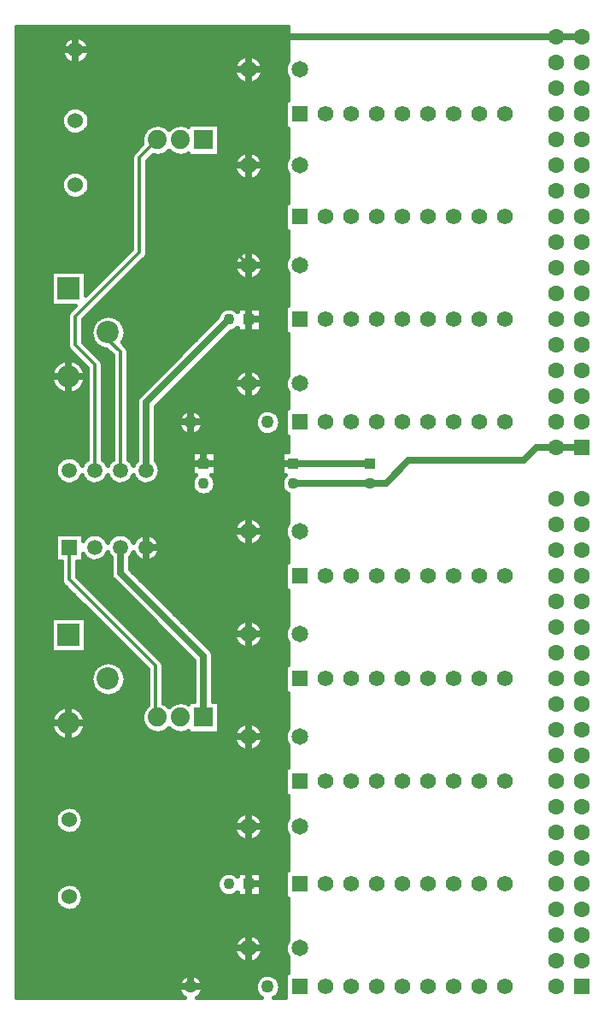
<source format=gbr>
G04 DipTrace 4.3.0.5*
G04 1 - Top.gbr*
%MOMM*%
G04 #@! TF.FileFunction,Copper,L1,Top*
G04 #@! TF.Part,Single*
G04 #@! TA.AperFunction,Conductor*
%ADD16C,0.6604*%
%ADD17C,0.3302*%
G04 #@! TA.AperFunction,CopperBalancing*
%ADD18C,0.381*%
%ADD19C,0.66*%
G04 #@! TA.AperFunction,ComponentPad*
%ADD22R,1.1X1.1*%
%ADD23C,1.1*%
%ADD24C,1.65*%
%ADD25R,1.6X1.6*%
%ADD26C,1.6*%
%ADD27C,3.5*%
%ADD28R,1.88X1.88*%
%ADD29C,1.88*%
%ADD30C,1.27*%
%ADD31C,1.27*%
%ADD32R,1.56X1.56*%
%ADD33C,1.56*%
%ADD34C,1.524*%
%ADD35R,1.5X1.5*%
%ADD36C,1.5*%
%ADD37R,2.2X2.2*%
%ADD38C,2.2*%
G04 #@! TA.AperFunction,ViaPad*
%ADD39C,1.016*%
%FSLAX35Y35*%
G04*
G71*
G90*
G75*
G01*
G04 Top*
%LPD*%
X-254500Y635000D2*
D16*
X-508500D1*
X-698500D1*
X-825500Y508000D1*
X-1968500D1*
X-2190750Y285750D1*
X-2344747D1*
X-2349497Y281000D1*
X-3111500D1*
X-3751250Y-3683003D2*
X-3746500D1*
X-4825993Y-349247D2*
Y-603257D1*
X-4000500Y-1428750D1*
Y-2032000D1*
X-4572007Y412757D2*
Y1084240D1*
X-3751250Y1904997D1*
X-2349503Y481000D2*
X-3111500D1*
X-4000503D1*
X-4127500Y-4699000D2*
Y-4508500D1*
X-4095750Y-4476750D1*
X-3556000D1*
Y-4318000D1*
Y-3687747D1*
X-3551250Y-3682997D1*
Y-3116250D1*
X-3556000Y-3111500D1*
Y-2222500D1*
Y-1206500D1*
Y-190500D1*
Y1270000D2*
Y1900253D1*
X-3551250Y1905003D1*
X-3556000D1*
Y2444750D1*
Y3429000D1*
Y4381500D1*
X-4127500Y888990D2*
Y1047750D1*
X-4095750Y1079500D1*
X-3556000D1*
Y1270000D1*
Y-190500D2*
Y158750D1*
X-3233750Y481000D1*
X-3111500D1*
X-4127500Y888990D2*
Y481000D1*
X-4000503D1*
X-4571993Y-349243D2*
X-3556000D1*
Y-190500D1*
X-5341487Y-2088003D2*
Y-2336420D1*
X-5201407Y-2476500D1*
X-4222750D1*
X-3556000D1*
Y-3111500D1*
Y4381500D2*
Y4635500D1*
X-3492500Y4699000D1*
X-508500D1*
X-254500D1*
X-4222750Y-2841623D2*
D17*
Y-2476500D1*
Y2873377D2*
X-3984627D1*
X-3556000Y2444750D1*
X-5270500Y4572000D2*
D16*
X-3556000D1*
Y4381500D1*
X-4945500Y1778000D2*
D17*
Y1707000D1*
X-4826007Y1587507D1*
Y412753D1*
X-5333993Y-349257D2*
Y-666757D1*
X-4476750Y-1524000D1*
Y-2013750D1*
X-4458500Y-2032000D1*
X-5080007Y412747D2*
Y1460507D1*
X-5270500Y1651000D1*
Y1936750D1*
X-4635500Y2571750D1*
Y3506000D1*
X-4458500Y3683000D1*
D39*
X-3746500Y-3683003D3*
X-5850870Y4769183D2*
D18*
X-3166117D1*
X-5850870Y4731417D2*
X-3166117D1*
X-5850870Y4693650D2*
X-5335137D1*
X-5205850D2*
X-3166117D1*
X-5850870Y4655883D2*
X-5381387D1*
X-5159640D2*
X-3166117D1*
X-5850870Y4618117D2*
X-5402260D1*
X-5138730D2*
X-3166117D1*
X-5850870Y4580350D2*
X-5410073D1*
X-5130953D2*
X-3166117D1*
X-5850870Y4542583D2*
X-5407097D1*
X-5133893D2*
X-3166117D1*
X-5850870Y4504817D2*
X-5392583D1*
X-5148440D2*
X-3630833D1*
X-3481157D2*
X-3166117D1*
X-5850870Y4467050D2*
X-5360810D1*
X-5180177D2*
X-3673547D1*
X-3438480D2*
X-3166117D1*
X-5850870Y4429283D2*
X-3693860D1*
X-3418127D2*
X-3185873D1*
X-5850870Y4391517D2*
X-3701787D1*
X-3410240D2*
X-3193760D1*
X-5850870Y4353750D2*
X-3699403D1*
X-3412620D2*
X-3191380D1*
X-5850870Y4315983D2*
X-3686160D1*
X-3425867D2*
X-3178133D1*
X-5850870Y4278217D2*
X-3657733D1*
X-3454293D2*
X-3166117D1*
X-5850870Y4240450D2*
X-3578703D1*
X-3533283D2*
X-3166117D1*
X-5850870Y4202683D2*
X-3166117D1*
X-5850870Y4164917D2*
X-3166117D1*
X-5850870Y4127150D2*
X-3166117D1*
X-5850870Y4089383D2*
X-3166117D1*
X-5850870Y4051617D2*
X-3189630D1*
X-5850870Y4013850D2*
X-3189630D1*
X-5850870Y3976083D2*
X-5363600D1*
X-5177387D2*
X-3189630D1*
X-5850870Y3938317D2*
X-5393887D1*
X-5147100D2*
X-3189630D1*
X-5850870Y3900550D2*
X-5407617D1*
X-5133407D2*
X-3189630D1*
X-5850870Y3862783D2*
X-5409887D1*
X-5131100D2*
X-3189630D1*
X-5850870Y3825017D2*
X-5401403D1*
X-5139623D2*
X-4521383D1*
X-4395630D2*
X-4292373D1*
X-3842883D2*
X-3189630D1*
X-5850870Y3787250D2*
X-5379487D1*
X-5161537D2*
X-4575407D1*
X-3842883D2*
X-3166117D1*
X-5850870Y3749483D2*
X-5330150D1*
X-5210837D2*
X-4601007D1*
X-3842883D2*
X-3166117D1*
X-5850870Y3711717D2*
X-4613433D1*
X-3842883D2*
X-3166117D1*
X-5850870Y3673950D2*
X-4615850D1*
X-3842883D2*
X-3166117D1*
X-5850870Y3636183D2*
X-4617080D1*
X-3842883D2*
X-3166117D1*
X-5850870Y3598417D2*
X-4654843D1*
X-3842883D2*
X-3166117D1*
X-5850870Y3560650D2*
X-4692610D1*
X-4361473D2*
X-4326530D1*
X-3842883D2*
X-3613867D1*
X-3498160D2*
X-3166117D1*
X-5850870Y3522883D2*
X-4713743D1*
X-4506880D2*
X-3666773D1*
X-3445250D2*
X-3166117D1*
X-5850870Y3485117D2*
X-4715640D1*
X-4544643D2*
X-3690587D1*
X-3421400D2*
X-3182600D1*
X-5850870Y3447350D2*
X-4715640D1*
X-4555360D2*
X-3700930D1*
X-3411057D2*
X-3192943D1*
X-5850870Y3409583D2*
X-4715640D1*
X-4555360D2*
X-3700780D1*
X-3411207D2*
X-3192793D1*
X-5850870Y3371817D2*
X-5301243D1*
X-5239747D2*
X-4715640D1*
X-4555360D2*
X-3690140D1*
X-3421883D2*
X-3182117D1*
X-5850870Y3334050D2*
X-5371117D1*
X-5169907D2*
X-4715640D1*
X-4555360D2*
X-3665807D1*
X-3446180D2*
X-3166117D1*
X-5850870Y3296283D2*
X-5397423D1*
X-5143567D2*
X-4715640D1*
X-4555360D2*
X-3611187D1*
X-3500800D2*
X-3166117D1*
X-5850870Y3258517D2*
X-5408843D1*
X-5132143D2*
X-4715640D1*
X-4555360D2*
X-3166117D1*
X-5850870Y3220750D2*
X-5409143D1*
X-5131847D2*
X-4715640D1*
X-4555360D2*
X-3166117D1*
X-5850870Y3182983D2*
X-5398463D1*
X-5142523D2*
X-4715640D1*
X-4555360D2*
X-3166117D1*
X-5850870Y3145217D2*
X-5373273D1*
X-5167713D2*
X-4715640D1*
X-4555360D2*
X-3166117D1*
X-5850870Y3107450D2*
X-5310730D1*
X-5230297D2*
X-4715640D1*
X-4555360D2*
X-3166117D1*
X-5850870Y3069683D2*
X-4715640D1*
X-4555360D2*
X-3166117D1*
X-5850870Y3031917D2*
X-4715640D1*
X-4555360D2*
X-3189630D1*
X-5850870Y2994150D2*
X-4715640D1*
X-4555360D2*
X-3189630D1*
X-5850870Y2956383D2*
X-4715640D1*
X-4555360D2*
X-3189630D1*
X-5850870Y2918617D2*
X-4715640D1*
X-4555360D2*
X-3189630D1*
X-5850870Y2880850D2*
X-4715640D1*
X-4555360D2*
X-3189630D1*
X-5850870Y2843083D2*
X-4715640D1*
X-4555360D2*
X-3189630D1*
X-5850870Y2805317D2*
X-4715640D1*
X-4555360D2*
X-3189630D1*
X-5850870Y2767550D2*
X-4715640D1*
X-4555360D2*
X-3166117D1*
X-5850870Y2729783D2*
X-4715640D1*
X-4555360D2*
X-3166117D1*
X-5850870Y2692017D2*
X-4715640D1*
X-4555360D2*
X-3166117D1*
X-5850870Y2654250D2*
X-4715640D1*
X-4555360D2*
X-3166117D1*
X-5850870Y2616483D2*
X-4715640D1*
X-4555360D2*
X-3166117D1*
X-5850870Y2578717D2*
X-4740270D1*
X-4555360D2*
X-3607837D1*
X-3504187D2*
X-3166117D1*
X-5850870Y2540950D2*
X-4778037D1*
X-4561870D2*
X-3664690D1*
X-3447333D2*
X-3166117D1*
X-5850870Y2503183D2*
X-4815800D1*
X-4592307D2*
X-3689583D1*
X-3422443D2*
X-3181557D1*
X-5850870Y2465417D2*
X-4853567D1*
X-4630070D2*
X-3700597D1*
X-3411393D2*
X-3192607D1*
X-5850870Y2427650D2*
X-4891333D1*
X-4667837D2*
X-3701080D1*
X-3410910D2*
X-3193090D1*
X-5850870Y2389883D2*
X-4929097D1*
X-4705640D2*
X-3691107D1*
X-3420880D2*
X-3183120D1*
X-5850870Y2352117D2*
X-5515107D1*
X-5167863D2*
X-4966863D1*
X-4743403D2*
X-3667853D1*
X-3444173D2*
X-3166117D1*
X-5850870Y2314350D2*
X-5515107D1*
X-5167863D2*
X-5004663D1*
X-4781170D2*
X-3616803D1*
X-3495183D2*
X-3166117D1*
X-5850870Y2276583D2*
X-5515107D1*
X-5167863D2*
X-5042430D1*
X-4818933D2*
X-3166117D1*
X-5850870Y2238817D2*
X-5515107D1*
X-5167863D2*
X-5080193D1*
X-4856700D2*
X-3166117D1*
X-5850870Y2201050D2*
X-5515107D1*
X-5167863D2*
X-5117960D1*
X-4894463D2*
X-3166117D1*
X-5850870Y2163283D2*
X-5515107D1*
X-5167863D2*
X-5155723D1*
X-4932230D2*
X-3166117D1*
X-5850870Y2125517D2*
X-5515107D1*
X-4969993D2*
X-3166117D1*
X-5850870Y2087750D2*
X-5515107D1*
X-5007760D2*
X-3166117D1*
X-5850870Y2049983D2*
X-5515107D1*
X-5045527D2*
X-3166117D1*
X-5850870Y2012217D2*
X-5306787D1*
X-5083290D2*
X-3796107D1*
X-3706370D2*
X-3669863D1*
X-3432637D2*
X-3189630D1*
X-5850870Y1974450D2*
X-5340680D1*
X-5121057D2*
X-3846483D1*
X-3432637D2*
X-3189630D1*
X-5850870Y1936683D2*
X-5350617D1*
X-5158820D2*
X-5009763D1*
X-4881220D2*
X-3865423D1*
X-3432637D2*
X-3189630D1*
X-5850870Y1898917D2*
X-5350617D1*
X-5190373D2*
X-5068550D1*
X-4822470D2*
X-3892433D1*
X-3432637D2*
X-3189630D1*
X-5850870Y1861150D2*
X-5350617D1*
X-5190373D2*
X-5097383D1*
X-4793633D2*
X-3930200D1*
X-3432637D2*
X-3189630D1*
X-5850870Y1823383D2*
X-5350617D1*
X-5190373D2*
X-5112937D1*
X-4778043D2*
X-3967963D1*
X-3432637D2*
X-3189630D1*
X-5850870Y1785617D2*
X-5350617D1*
X-5190373D2*
X-5118963D1*
X-4772053D2*
X-4005730D1*
X-3735540D2*
X-3189630D1*
X-5850870Y1747850D2*
X-5350617D1*
X-5190373D2*
X-5116433D1*
X-4774583D2*
X-4043497D1*
X-3773307D2*
X-3166117D1*
X-5850870Y1710083D2*
X-5350617D1*
X-5190373D2*
X-5104937D1*
X-4786043D2*
X-4081260D1*
X-3811070D2*
X-3166117D1*
X-5850870Y1672317D2*
X-5350617D1*
X-5180067D2*
X-5082240D1*
X-4799067D2*
X-4119027D1*
X-3848837D2*
X-3166117D1*
X-5850870Y1634550D2*
X-5348830D1*
X-5142300D2*
X-5040197D1*
X-4762083D2*
X-4156790D1*
X-3886600D2*
X-3166117D1*
X-5850870Y1596783D2*
X-5328030D1*
X-5104537D2*
X-4947030D1*
X-4746457D2*
X-4194557D1*
X-3924367D2*
X-3166117D1*
X-5850870Y1559017D2*
X-5290267D1*
X-5066770D2*
X-4909267D1*
X-4745860D2*
X-4232320D1*
X-3962130D2*
X-3166117D1*
X-5850870Y1521250D2*
X-5252500D1*
X-5029007D2*
X-4906140D1*
X-4745860D2*
X-4270087D1*
X-3999897D2*
X-3166117D1*
X-5850870Y1483483D2*
X-5437680D1*
X-5245290D2*
X-5214737D1*
X-5003407D2*
X-4906140D1*
X-4745860D2*
X-4307850D1*
X-4037660D2*
X-3166117D1*
X-5850870Y1445717D2*
X-5478980D1*
X-5204027D2*
X-5176970D1*
X-4999873D2*
X-4906140D1*
X-4745860D2*
X-4345617D1*
X-4075427D2*
X-3166117D1*
X-5850870Y1407950D2*
X-5501377D1*
X-5181630D2*
X-5160153D1*
X-4999873D2*
X-4906140D1*
X-4745860D2*
X-4383380D1*
X-4113190D2*
X-3594780D1*
X-3517210D2*
X-3166117D1*
X-5850870Y1370183D2*
X-5512577D1*
X-4999873D2*
X-4906140D1*
X-4745860D2*
X-4421147D1*
X-4150957D2*
X-3660897D1*
X-3451130D2*
X-3166117D1*
X-5850870Y1332417D2*
X-5514923D1*
X-4999873D2*
X-4906140D1*
X-4745860D2*
X-4458913D1*
X-4188723D2*
X-3687720D1*
X-3424303D2*
X-3179697D1*
X-5850870Y1294650D2*
X-5508670D1*
X-5174337D2*
X-5160153D1*
X-4999873D2*
X-4906140D1*
X-4745860D2*
X-4496677D1*
X-4226487D2*
X-3699963D1*
X-3412023D2*
X-3191977D1*
X-5850870Y1256883D2*
X-5492820D1*
X-5190187D2*
X-5160153D1*
X-4999873D2*
X-4906140D1*
X-4745860D2*
X-4534443D1*
X-4264253D2*
X-3701527D1*
X-3410500D2*
X-3193500D1*
X-5850870Y1219117D2*
X-5463540D1*
X-5219467D2*
X-5160153D1*
X-4999873D2*
X-4906140D1*
X-4745860D2*
X-4572207D1*
X-4302053D2*
X-3692707D1*
X-3419280D2*
X-3184720D1*
X-5850870Y1181350D2*
X-5403190D1*
X-5279817D2*
X-5160153D1*
X-4999873D2*
X-4906140D1*
X-4745860D2*
X-4610010D1*
X-4339820D2*
X-3671127D1*
X-3440860D2*
X-3166117D1*
X-5850870Y1143583D2*
X-5160153D1*
X-4999873D2*
X-4906140D1*
X-4745860D2*
X-4647217D1*
X-4377583D2*
X-3625177D1*
X-3486847D2*
X-3166117D1*
X-5850870Y1105817D2*
X-5160153D1*
X-4999873D2*
X-4906140D1*
X-4745860D2*
X-4666117D1*
X-4415350D2*
X-3166117D1*
X-5850870Y1068050D2*
X-5160153D1*
X-4999873D2*
X-4906140D1*
X-4745860D2*
X-4668647D1*
X-4453113D2*
X-3166117D1*
X-5850870Y1030283D2*
X-5160153D1*
X-4999873D2*
X-4906140D1*
X-4745860D2*
X-4668647D1*
X-4475363D2*
X-3166117D1*
X-5850870Y992517D2*
X-5160153D1*
X-4999873D2*
X-4906140D1*
X-4745860D2*
X-4668647D1*
X-4475363D2*
X-4198313D1*
X-4056710D2*
X-3436350D1*
X-3294673D2*
X-3189630D1*
X-5850870Y954750D2*
X-5160153D1*
X-4999873D2*
X-4906140D1*
X-4745860D2*
X-4668647D1*
X-4475363D2*
X-4235633D1*
X-4019393D2*
X-3473633D1*
X-3257357D2*
X-3189630D1*
X-5850870Y916983D2*
X-5160153D1*
X-4999873D2*
X-4906140D1*
X-4745860D2*
X-4668647D1*
X-4475363D2*
X-4251407D1*
X-4003580D2*
X-3489407D1*
X-3241580D2*
X-3189630D1*
X-5850870Y879217D2*
X-5160153D1*
X-4999873D2*
X-4906140D1*
X-4745860D2*
X-4668647D1*
X-4475363D2*
X-4254237D1*
X-4000753D2*
X-3492237D1*
X-3238753D2*
X-3189630D1*
X-5850870Y841450D2*
X-5160153D1*
X-4999873D2*
X-4906140D1*
X-4745860D2*
X-4668647D1*
X-4475363D2*
X-4245083D1*
X-4009903D2*
X-3483083D1*
X-3247903D2*
X-3189630D1*
X-5850870Y803683D2*
X-5160153D1*
X-4999873D2*
X-4906140D1*
X-4745860D2*
X-4668647D1*
X-4475363D2*
X-4220340D1*
X-4034647D2*
X-3458340D1*
X-3272683D2*
X-3189630D1*
X-5850870Y765917D2*
X-5160153D1*
X-4999873D2*
X-4906140D1*
X-4745860D2*
X-4668647D1*
X-4475363D2*
X-4139007D1*
X-4116020D2*
X-3376633D1*
X-3354353D2*
X-3189630D1*
X-5850870Y728150D2*
X-5160153D1*
X-4999873D2*
X-4906140D1*
X-4745860D2*
X-4668647D1*
X-4475363D2*
X-3166117D1*
X-5850870Y690383D2*
X-5160153D1*
X-4999873D2*
X-4906140D1*
X-4745860D2*
X-4668647D1*
X-4475363D2*
X-3166117D1*
X-5850870Y652617D2*
X-5160153D1*
X-4999873D2*
X-4906140D1*
X-4745860D2*
X-4668647D1*
X-4475363D2*
X-3166117D1*
X-5850870Y614850D2*
X-5160153D1*
X-4999873D2*
X-4906140D1*
X-4745860D2*
X-4668647D1*
X-4475363D2*
X-3166117D1*
X-5850870Y577083D2*
X-5160153D1*
X-4999873D2*
X-4906140D1*
X-4745860D2*
X-4668647D1*
X-4475363D2*
X-4119137D1*
X-3881877D2*
X-3230113D1*
X-5850870Y539317D2*
X-5384213D1*
X-5283800D2*
X-5160153D1*
X-4999873D2*
X-4906140D1*
X-4745860D2*
X-4668647D1*
X-4475363D2*
X-4119137D1*
X-3881877D2*
X-3230113D1*
X-5850870Y501550D2*
X-5439243D1*
X-5228770D2*
X-5185267D1*
X-4974757D2*
X-4931253D1*
X-4720747D2*
X-4677243D1*
X-4466770D2*
X-4119137D1*
X-3881877D2*
X-3230113D1*
X-5850870Y463783D2*
X-5462610D1*
X-4443403D2*
X-4119137D1*
X-3881877D2*
X-3230113D1*
X-5850870Y426017D2*
X-5471983D1*
X-4434027D2*
X-4119137D1*
X-3881877D2*
X-3230113D1*
X-5850870Y388250D2*
X-5470383D1*
X-4435627D2*
X-4119137D1*
X-3881877D2*
X-3230113D1*
X-5850870Y350483D2*
X-5457400D1*
X-4448613D2*
X-4095697D1*
X-3905280D2*
X-3206710D1*
X-5850870Y312717D2*
X-5428193D1*
X-5239820D2*
X-5174180D1*
X-4985807D2*
X-4920203D1*
X-4731833D2*
X-4666193D1*
X-4477820D2*
X-4114637D1*
X-3886340D2*
X-3225647D1*
X-5850870Y274950D2*
X-4118950D1*
X-3882023D2*
X-3229963D1*
X-5850870Y237183D2*
X-4110430D1*
X-3890583D2*
X-3221443D1*
X-5850870Y199417D2*
X-4085093D1*
X-3915920D2*
X-3196107D1*
X-5850870Y161650D2*
X-3166117D1*
X-5850870Y123883D2*
X-3166117D1*
X-5850870Y86117D2*
X-3166117D1*
X-5850870Y48350D2*
X-3166117D1*
X-5850870Y10583D2*
X-3166117D1*
X-5850870Y-27183D2*
X-3166117D1*
X-5850870Y-64950D2*
X-3626813D1*
X-3485173D2*
X-3166117D1*
X-5850870Y-102717D2*
X-3671833D1*
X-3440190D2*
X-3166117D1*
X-5850870Y-140483D2*
X-3693043D1*
X-3418947D2*
X-3185053D1*
X-5850870Y-178250D2*
X-3701600D1*
X-3410387D2*
X-3193613D1*
X-5850870Y-216017D2*
X-5472617D1*
X-5195357D2*
X-5104343D1*
X-5055647D2*
X-4850403D1*
X-4801597D2*
X-4596430D1*
X-4547583D2*
X-3699813D1*
X-3412173D2*
X-3191827D1*
X-5850870Y-253783D2*
X-5472617D1*
X-5195357D2*
X-5178980D1*
X-4981007D2*
X-4925003D1*
X-4726997D2*
X-4670993D1*
X-4472983D2*
X-3687277D1*
X-3424713D2*
X-3179287D1*
X-5850870Y-291550D2*
X-5472617D1*
X-4446343D2*
X-3660003D1*
X-3451987D2*
X-3166117D1*
X-5850870Y-329317D2*
X-5472617D1*
X-4434847D2*
X-3591170D1*
X-3520857D2*
X-3166117D1*
X-5850870Y-367083D2*
X-5472617D1*
X-4434550D2*
X-3166117D1*
X-5850870Y-404850D2*
X-5472617D1*
X-4445377D2*
X-3166117D1*
X-5850870Y-442617D2*
X-5472617D1*
X-5195357D2*
X-5181063D1*
X-4978923D2*
X-4927050D1*
X-4724950D2*
X-4673037D1*
X-4470937D2*
X-3166117D1*
X-5850870Y-480383D2*
X-5472617D1*
X-5195357D2*
X-5115093D1*
X-5044893D2*
X-4922623D1*
X-4729340D2*
X-4607070D1*
X-4536943D2*
X-3166117D1*
X-5850870Y-518150D2*
X-5414127D1*
X-5253847D2*
X-4922623D1*
X-4729340D2*
X-3189630D1*
X-5850870Y-555917D2*
X-5414127D1*
X-5253847D2*
X-4922623D1*
X-4729340D2*
X-3189630D1*
X-5850870Y-593683D2*
X-5414127D1*
X-5253847D2*
X-4922623D1*
X-4700467D2*
X-3189630D1*
X-5850870Y-631450D2*
X-5414127D1*
X-5253847D2*
X-4918233D1*
X-4662703D2*
X-3189630D1*
X-5850870Y-669217D2*
X-5414090D1*
X-5219803D2*
X-4895127D1*
X-4624937D2*
X-3189630D1*
X-5850870Y-706983D2*
X-5402667D1*
X-5182037D2*
X-4857363D1*
X-4587173D2*
X-3189630D1*
X-5850870Y-744750D2*
X-5367730D1*
X-5144273D2*
X-4819597D1*
X-4549407D2*
X-3189630D1*
X-5850870Y-782517D2*
X-5329967D1*
X-5106470D2*
X-4781830D1*
X-4511640D2*
X-3166117D1*
X-5850870Y-820283D2*
X-5292200D1*
X-5068707D2*
X-4744067D1*
X-4473877D2*
X-3166117D1*
X-5850870Y-858050D2*
X-5254437D1*
X-5030940D2*
X-4706300D1*
X-4436110D2*
X-3166117D1*
X-5850870Y-895817D2*
X-5216670D1*
X-4993173D2*
X-4668537D1*
X-4398347D2*
X-3166117D1*
X-5850870Y-933583D2*
X-5178903D1*
X-4955410D2*
X-4630770D1*
X-4360580D2*
X-3166117D1*
X-5850870Y-971350D2*
X-5141140D1*
X-4917643D2*
X-4593007D1*
X-4322817D2*
X-3166117D1*
X-5850870Y-1009117D2*
X-5103373D1*
X-4879880D2*
X-4555240D1*
X-4285050D2*
X-3166117D1*
X-5850870Y-1046883D2*
X-5515143D1*
X-5167900D2*
X-5065610D1*
X-4842113D2*
X-4517477D1*
X-4247287D2*
X-3166117D1*
X-5850870Y-1084650D2*
X-5515143D1*
X-5167900D2*
X-5027843D1*
X-4804350D2*
X-4479710D1*
X-4209520D2*
X-3633323D1*
X-3478663D2*
X-3166117D1*
X-5850870Y-1122417D2*
X-5515143D1*
X-5167900D2*
X-4990080D1*
X-4766583D2*
X-4441947D1*
X-4171757D2*
X-3674623D1*
X-3437363D2*
X-3166637D1*
X-5850870Y-1160183D2*
X-5515143D1*
X-5167900D2*
X-4952313D1*
X-4728820D2*
X-4404143D1*
X-4133990D2*
X-3694380D1*
X-3417643D2*
X-3186357D1*
X-5850870Y-1197950D2*
X-5515143D1*
X-5167900D2*
X-4914550D1*
X-4691053D2*
X-4366377D1*
X-4096187D2*
X-3701860D1*
X-3410127D2*
X-3193873D1*
X-5850870Y-1235717D2*
X-5515143D1*
X-5167900D2*
X-4876783D1*
X-4653290D2*
X-4328613D1*
X-4058423D2*
X-3699107D1*
X-3412917D2*
X-3191083D1*
X-5850870Y-1273483D2*
X-5515143D1*
X-5167900D2*
X-4839020D1*
X-4615523D2*
X-4290847D1*
X-4020657D2*
X-3685377D1*
X-3426610D2*
X-3177390D1*
X-5850870Y-1311250D2*
X-5515143D1*
X-5167900D2*
X-4801253D1*
X-4577760D2*
X-4253083D1*
X-3982893D2*
X-3656133D1*
X-3455853D2*
X-3166117D1*
X-5850870Y-1349017D2*
X-5515143D1*
X-5167900D2*
X-4763490D1*
X-4539993D2*
X-4215317D1*
X-3945127D2*
X-3166117D1*
X-5850870Y-1386783D2*
X-4725723D1*
X-4502227D2*
X-4177553D1*
X-3913873D2*
X-3166117D1*
X-5850870Y-1424550D2*
X-4687957D1*
X-4464463D2*
X-4139787D1*
X-3903940D2*
X-3166117D1*
X-5850870Y-1462317D2*
X-4650193D1*
X-4426697D2*
X-4102023D1*
X-3903863D2*
X-3166117D1*
X-5850870Y-1500083D2*
X-5027173D1*
X-4863843D2*
X-4612427D1*
X-4400467D2*
X-4097147D1*
X-3903863D2*
X-3166117D1*
X-5850870Y-1537850D2*
X-5075953D1*
X-4815063D2*
X-4574663D1*
X-4396633D2*
X-4097147D1*
X-3903863D2*
X-3189630D1*
X-5850870Y-1575617D2*
X-5101477D1*
X-4789540D2*
X-4556877D1*
X-4396633D2*
X-4097147D1*
X-3903863D2*
X-3189630D1*
X-5850870Y-1613383D2*
X-5114910D1*
X-4776110D2*
X-4556877D1*
X-4396633D2*
X-4097147D1*
X-3903863D2*
X-3189630D1*
X-5850870Y-1651150D2*
X-5119113D1*
X-4771867D2*
X-4556877D1*
X-4396633D2*
X-4097147D1*
X-3903863D2*
X-3189630D1*
X-5850870Y-1688917D2*
X-5114833D1*
X-4776183D2*
X-4556877D1*
X-4396633D2*
X-4097147D1*
X-3903863D2*
X-3189630D1*
X-5850870Y-1726683D2*
X-5101327D1*
X-4789690D2*
X-4556877D1*
X-4396633D2*
X-4097147D1*
X-3903863D2*
X-3189630D1*
X-5850870Y-1764450D2*
X-5075657D1*
X-4815363D2*
X-4556877D1*
X-4396633D2*
X-4097147D1*
X-3903863D2*
X-3189630D1*
X-5850870Y-1802217D2*
X-5026543D1*
X-4864440D2*
X-4556877D1*
X-4396633D2*
X-4097147D1*
X-3903863D2*
X-3166117D1*
X-5850870Y-1839983D2*
X-4556877D1*
X-4396633D2*
X-4097147D1*
X-3903863D2*
X-3166117D1*
X-5850870Y-1877750D2*
X-4556877D1*
X-4396633D2*
X-4097147D1*
X-3903863D2*
X-3166117D1*
X-5850870Y-1915517D2*
X-4562757D1*
X-4354257D2*
X-4333747D1*
X-3842883D2*
X-3166117D1*
X-5850870Y-1953283D2*
X-5448657D1*
X-5234313D2*
X-4594457D1*
X-3842883D2*
X-3166117D1*
X-5850870Y-1991050D2*
X-5484710D1*
X-5198260D2*
X-4610567D1*
X-3842883D2*
X-3166117D1*
X-5850870Y-2028817D2*
X-5504467D1*
X-5178503D2*
X-4616073D1*
X-3842883D2*
X-3166117D1*
X-5850870Y-2066583D2*
X-5513767D1*
X-5169240D2*
X-4612167D1*
X-3842883D2*
X-3166117D1*
X-5850870Y-2104350D2*
X-5514327D1*
X-5168643D2*
X-4598030D1*
X-3842883D2*
X-3639130D1*
X-3472860D2*
X-3166117D1*
X-5850870Y-2142117D2*
X-5506253D1*
X-5176717D2*
X-4569713D1*
X-3842883D2*
X-3677230D1*
X-3434760D2*
X-3169240D1*
X-5850870Y-2179883D2*
X-5488097D1*
X-5194873D2*
X-4504603D1*
X-4412410D2*
X-4275593D1*
X-4183400D2*
X-4158130D1*
X-3842883D2*
X-3695610D1*
X-3416417D2*
X-3187583D1*
X-5850870Y-2217650D2*
X-5454980D1*
X-5227990D2*
X-3702047D1*
X-3409980D2*
X-3194020D1*
X-5850870Y-2255417D2*
X-5373720D1*
X-5309250D2*
X-3698250D1*
X-3413737D2*
X-3190263D1*
X-5850870Y-2293183D2*
X-3683330D1*
X-3428657D2*
X-3175343D1*
X-5850870Y-2330950D2*
X-3651967D1*
X-3460060D2*
X-3166117D1*
X-5850870Y-2368717D2*
X-3166117D1*
X-5850870Y-2406483D2*
X-3166117D1*
X-5850870Y-2444250D2*
X-3166117D1*
X-5850870Y-2482017D2*
X-3166117D1*
X-5850870Y-2519783D2*
X-3166117D1*
X-5850870Y-2557550D2*
X-3189630D1*
X-5850870Y-2595317D2*
X-3189630D1*
X-5850870Y-2633083D2*
X-3189630D1*
X-5850870Y-2670850D2*
X-3189630D1*
X-5850870Y-2708617D2*
X-3189630D1*
X-5850870Y-2746383D2*
X-3189630D1*
X-5850870Y-2784150D2*
X-3189630D1*
X-5850870Y-2821917D2*
X-3166117D1*
X-5850870Y-2859683D2*
X-3166117D1*
X-5850870Y-2897450D2*
X-3166117D1*
X-5850870Y-2935217D2*
X-5413830D1*
X-5254183D2*
X-3166117D1*
X-5850870Y-2972983D2*
X-5451260D1*
X-5216753D2*
X-3592470D1*
X-3519553D2*
X-3166117D1*
X-5850870Y-3010750D2*
X-5468637D1*
X-5199377D2*
X-3660337D1*
X-3451687D2*
X-3166117D1*
X-5850870Y-3048517D2*
X-5473807D1*
X-5194167D2*
X-3687423D1*
X-3424563D2*
X-3179437D1*
X-5850870Y-3086283D2*
X-5468340D1*
X-5199673D2*
X-3699887D1*
X-3412137D2*
X-3191863D1*
X-5850870Y-3124050D2*
X-5450590D1*
X-5217423D2*
X-3701563D1*
X-3410427D2*
X-3193573D1*
X-5850870Y-3161817D2*
X-5412267D1*
X-5255707D2*
X-3692930D1*
X-3419057D2*
X-3184943D1*
X-5850870Y-3199583D2*
X-3671573D1*
X-3440413D2*
X-3166117D1*
X-5850870Y-3237350D2*
X-3626257D1*
X-3485733D2*
X-3166117D1*
X-5850870Y-3275117D2*
X-3166117D1*
X-5850870Y-3312883D2*
X-3166117D1*
X-5850870Y-3350650D2*
X-3166117D1*
X-5850870Y-3388417D2*
X-3166117D1*
X-5850870Y-3426183D2*
X-3166117D1*
X-5850870Y-3463950D2*
X-3166117D1*
X-5850870Y-3501717D2*
X-3166117D1*
X-5850870Y-3539483D2*
X-3166117D1*
X-5850870Y-3577250D2*
X-3799753D1*
X-3702723D2*
X-3669863D1*
X-3432637D2*
X-3189630D1*
X-5850870Y-3615017D2*
X-3847563D1*
X-3432637D2*
X-3189630D1*
X-5850870Y-3652783D2*
X-3865830D1*
X-3432637D2*
X-3189630D1*
X-5850870Y-3690550D2*
X-5402853D1*
X-5265157D2*
X-3869627D1*
X-3432637D2*
X-3189630D1*
X-5850870Y-3728317D2*
X-5446573D1*
X-5221440D2*
X-3860547D1*
X-3432637D2*
X-3189630D1*
X-5850870Y-3766083D2*
X-5466553D1*
X-5201460D2*
X-3834317D1*
X-3432637D2*
X-3189630D1*
X-5850870Y-3803850D2*
X-5473697D1*
X-5194317D2*
X-3189630D1*
X-5850870Y-3841617D2*
X-5470087D1*
X-5197887D2*
X-3166117D1*
X-5850870Y-3879383D2*
X-5454797D1*
X-5213217D2*
X-3166117D1*
X-5850870Y-3917150D2*
X-5421570D1*
X-5246407D2*
X-3166117D1*
X-5850870Y-3954917D2*
X-3166117D1*
X-5850870Y-3992683D2*
X-3166117D1*
X-5850870Y-4030450D2*
X-3166117D1*
X-5850870Y-4068217D2*
X-3166117D1*
X-5850870Y-4105983D2*
X-3166117D1*
X-5850870Y-4143750D2*
X-3166117D1*
X-5850870Y-4181517D2*
X-3600137D1*
X-3511890D2*
X-3166117D1*
X-5850870Y-4219283D2*
X-3662310D1*
X-3449680D2*
X-3166117D1*
X-5850870Y-4257050D2*
X-3688390D1*
X-3423597D2*
X-3180403D1*
X-5850870Y-4294817D2*
X-3700223D1*
X-3411763D2*
X-3192237D1*
X-5850870Y-4332583D2*
X-3701377D1*
X-3410610D2*
X-3193390D1*
X-5850870Y-4370350D2*
X-3692150D1*
X-3419840D2*
X-3184160D1*
X-5850870Y-4408117D2*
X-3669937D1*
X-3442050D2*
X-3166117D1*
X-5850870Y-4445883D2*
X-3622237D1*
X-3489750D2*
X-3166117D1*
X-5850870Y-4483650D2*
X-3166117D1*
X-5850870Y-4521417D2*
X-3166117D1*
X-5850870Y-4559183D2*
X-3166117D1*
X-5850870Y-4596950D2*
X-4200547D1*
X-4054480D2*
X-3438547D1*
X-3292480D2*
X-3189630D1*
X-5850870Y-4634717D2*
X-4236527D1*
X-4018463D2*
X-3474527D1*
X-3256463D2*
X-3189630D1*
X-5850870Y-4672483D2*
X-4251743D1*
X-4003243D2*
X-3489743D1*
X-3241243D2*
X-3189630D1*
X-5850870Y-4710250D2*
X-4254123D1*
X-4000900D2*
X-3492123D1*
X-3238900D2*
X-3189630D1*
X-5850870Y-4748017D2*
X-4244450D1*
X-4010537D2*
X-3482450D1*
X-3248537D2*
X-3189630D1*
X-5850870Y-4785783D2*
X-4218927D1*
X-4036100D2*
X-3456927D1*
X-3274100D2*
X-3189630D1*
X-4108963Y595813D2*
X-3885690D1*
Y366187D1*
X-3923523D1*
X-3922690Y365427D1*
X-3909853Y351467D1*
X-3899493Y335587D1*
X-3891883Y318217D1*
X-3887240Y299833D1*
X-3885687Y281000D1*
X-3887263Y262037D1*
X-3891927Y243657D1*
X-3899553Y226297D1*
X-3909937Y210430D1*
X-3922787Y196487D1*
X-3937757Y184847D1*
X-3954440Y175830D1*
X-3972377Y169683D1*
X-3991083Y166573D1*
X-4010043Y166587D1*
X-4028747Y169717D1*
X-4046677Y175883D1*
X-4063350Y184920D1*
X-4078307Y196573D1*
X-4091140Y210533D1*
X-4101503Y226413D1*
X-4109110Y243783D1*
X-4113753Y262167D1*
X-4115310Y281067D1*
X-4113733Y299963D1*
X-4109067Y318343D1*
X-4101440Y335703D1*
X-4091060Y351570D1*
X-4078210Y365513D1*
X-4077347Y366187D1*
X-4115313D1*
Y595813D1*
X-4108963D1*
X-3207263D2*
X-3162297D1*
X-3162300Y751153D1*
X-3185813Y751157D1*
Y1026780D1*
X-3162317D1*
X-3162300Y1185210D1*
X-3165343Y1189480D1*
X-3175027Y1205837D1*
X-3182447Y1223343D1*
X-3187467Y1241677D1*
X-3189997Y1260520D1*
X-3189993Y1279530D1*
X-3187457Y1298370D1*
X-3182430Y1316707D1*
X-3175003Y1334207D1*
X-3165313Y1350563D1*
X-3162310Y1354363D1*
X-3162300Y1767203D1*
X-3185810Y1767187D1*
Y2042810D1*
X-3162317D1*
X-3162300Y2260550D1*
Y2359950D1*
X-3165343Y2364230D1*
X-3175027Y2380587D1*
X-3182447Y2398093D1*
X-3187467Y2416427D1*
X-3189997Y2435270D1*
X-3189993Y2454280D1*
X-3187457Y2473120D1*
X-3182430Y2491457D1*
X-3175003Y2508957D1*
X-3165313Y2525313D1*
X-3162310Y2529113D1*
X-3162300Y2783180D1*
X-3185810Y2783187D1*
Y3058810D1*
X-3162317D1*
X-3162300Y3194000D1*
Y3344223D1*
X-3165343Y3348480D1*
X-3175027Y3364837D1*
X-3182447Y3382343D1*
X-3187467Y3400677D1*
X-3189997Y3419520D1*
X-3189993Y3438530D1*
X-3187457Y3457370D1*
X-3182430Y3475707D1*
X-3175003Y3493207D1*
X-3165313Y3509563D1*
X-3162310Y3513363D1*
X-3162300Y3799153D1*
X-3185813Y3799157D1*
Y4074780D1*
X-3162317D1*
X-3162300Y4296723D1*
X-3165343Y4300980D1*
X-3175027Y4317337D1*
X-3182447Y4334843D1*
X-3187467Y4353177D1*
X-3189997Y4372020D1*
X-3189993Y4391030D1*
X-3187457Y4409870D1*
X-3182430Y4428207D1*
X-3175003Y4445707D1*
X-3165313Y4462063D1*
X-3162310Y4465863D1*
X-3162300Y4806943D1*
X-5854717Y4806950D1*
X-5854700Y4578400D1*
Y-4806943D1*
X-4187113Y-4806950D1*
X-4190980Y-4804717D1*
X-4196337Y-4801310D1*
X-4201513Y-4797630D1*
X-4206493Y-4793690D1*
X-4211263Y-4789497D1*
X-4215810Y-4785067D1*
X-4220123Y-4780407D1*
X-4224190Y-4775530D1*
X-4228003Y-4770450D1*
X-4231547Y-4765183D1*
X-4234817Y-4759737D1*
X-4237800Y-4754133D1*
X-4240493Y-4748380D1*
X-4242883Y-4742500D1*
X-4244970Y-4736503D1*
X-4246747Y-4730403D1*
X-4248203Y-4724223D1*
X-4249343Y-4717977D1*
X-4250160Y-4711680D1*
X-4250650Y-4705350D1*
X-4250813Y-4699000D1*
X-4250650Y-4692653D1*
X-4250160Y-4686323D1*
X-4249343Y-4680023D1*
X-4248203Y-4673777D1*
X-4246747Y-4667597D1*
X-4244970Y-4661500D1*
X-4242887Y-4655503D1*
X-4240493Y-4649620D1*
X-4237800Y-4643870D1*
X-4234817Y-4638263D1*
X-4231547Y-4632820D1*
X-4228003Y-4627550D1*
X-4224193Y-4622473D1*
X-4220123Y-4617597D1*
X-4215810Y-4612937D1*
X-4211263Y-4608503D1*
X-4206493Y-4604310D1*
X-4201513Y-4600370D1*
X-4196340Y-4596690D1*
X-4190980Y-4593283D1*
X-4185453Y-4590157D1*
X-4179773Y-4587317D1*
X-4173957Y-4584773D1*
X-4168013Y-4582533D1*
X-4161963Y-4580603D1*
X-4155823Y-4578983D1*
X-4149607Y-4577687D1*
X-4143333Y-4576710D1*
X-4137017Y-4576057D1*
X-4130677Y-4575730D1*
X-4124327D1*
X-4117983Y-4576057D1*
X-4111667Y-4576710D1*
X-4105393Y-4577687D1*
X-4099177Y-4578983D1*
X-4093037Y-4580603D1*
X-4086987Y-4582533D1*
X-4081047Y-4584773D1*
X-4075227Y-4587317D1*
X-4069547Y-4590153D1*
X-4064020Y-4593283D1*
X-4058663Y-4596690D1*
X-4053487Y-4600370D1*
X-4048507Y-4604310D1*
X-4043737Y-4608503D1*
X-4039190Y-4612933D1*
X-4034877Y-4617593D1*
X-4030810Y-4622470D1*
X-4026997Y-4627550D1*
X-4023453Y-4632817D1*
X-4020183Y-4638263D1*
X-4017200Y-4643867D1*
X-4014507Y-4649620D1*
X-4012117Y-4655500D1*
X-4010030Y-4661497D1*
X-4008253Y-4667597D1*
X-4006797Y-4673777D1*
X-4005657Y-4680023D1*
X-4004840Y-4686320D1*
X-4004350Y-4692650D1*
X-4004187Y-4699000D1*
X-4004350Y-4705347D1*
X-4004840Y-4711677D1*
X-4005657Y-4717977D1*
X-4006797Y-4724223D1*
X-4008253Y-4730403D1*
X-4010030Y-4736500D1*
X-4012113Y-4742497D1*
X-4014507Y-4748380D1*
X-4017200Y-4754130D1*
X-4020183Y-4759737D1*
X-4023453Y-4765180D1*
X-4026997Y-4770450D1*
X-4030807Y-4775527D1*
X-4034877Y-4780403D1*
X-4039190Y-4785063D1*
X-4043737Y-4789497D1*
X-4048507Y-4793690D1*
X-4053487Y-4797630D1*
X-4058660Y-4801310D1*
X-4064020Y-4804717D1*
X-4067963Y-4806950D1*
X-3425113D1*
X-3432657Y-4802420D1*
X-3447657Y-4790957D1*
X-3460730Y-4777340D1*
X-3471573Y-4761883D1*
X-3479930Y-4744953D1*
X-3485603Y-4726950D1*
X-3488463Y-4708287D1*
X-3488440Y-4689410D1*
X-3485533Y-4670753D1*
X-3479817Y-4652763D1*
X-3471417Y-4635853D1*
X-3460537Y-4620427D1*
X-3447430Y-4606840D1*
X-3432400Y-4595413D1*
X-3415803Y-4586417D1*
X-3398027Y-4580057D1*
X-3379490Y-4576483D1*
X-3360623Y-4575783D1*
X-3341873Y-4577973D1*
X-3323673Y-4582997D1*
X-3306457Y-4590743D1*
X-3290623Y-4601023D1*
X-3276547Y-4613600D1*
X-3264553Y-4628180D1*
X-3254923Y-4644420D1*
X-3247890Y-4661940D1*
X-3243610Y-4680327D1*
X-3242187Y-4699000D1*
X-3243657Y-4717973D1*
X-3247980Y-4736350D1*
X-3255060Y-4753853D1*
X-3264727Y-4770070D1*
X-3276757Y-4784620D1*
X-3290867Y-4797160D1*
X-3306030Y-4806953D1*
X-3185797Y-4806950D1*
X-3185810Y-4561190D1*
X-3162317D1*
X-3162300Y-4426000D1*
Y-4402800D1*
X-3165343Y-4398520D1*
X-3175027Y-4382163D1*
X-3182447Y-4364657D1*
X-3187467Y-4346323D1*
X-3189997Y-4327480D1*
X-3189993Y-4308470D1*
X-3187457Y-4289630D1*
X-3182430Y-4271293D1*
X-3175003Y-4253793D1*
X-3165313Y-4237437D1*
X-3162310Y-4233637D1*
X-3162300Y-3820847D1*
X-3185813Y-3820843D1*
Y-3545217D1*
X-3162317D1*
X-3162300Y-3302050D1*
Y-3196290D1*
X-3165343Y-3192020D1*
X-3175027Y-3175663D1*
X-3182447Y-3158157D1*
X-3187467Y-3139823D1*
X-3189997Y-3120980D1*
X-3189993Y-3101970D1*
X-3187457Y-3083130D1*
X-3182430Y-3064793D1*
X-3175003Y-3047293D1*
X-3165313Y-3030937D1*
X-3162310Y-3027137D1*
X-3162300Y-2804797D1*
X-3185810Y-2804813D1*
Y-2529190D1*
X-3162317D1*
X-3162300Y-2330500D1*
Y-2307300D1*
X-3165343Y-2303020D1*
X-3175027Y-2286663D1*
X-3182447Y-2269157D1*
X-3187467Y-2250823D1*
X-3189997Y-2231980D1*
X-3189993Y-2212970D1*
X-3187457Y-2194130D1*
X-3182430Y-2175793D1*
X-3175003Y-2158293D1*
X-3165313Y-2141937D1*
X-3162310Y-2138137D1*
X-3162300Y-1788860D1*
X-3185813Y-1788843D1*
Y-1513217D1*
X-3162317D1*
X-3162300Y-1397050D1*
Y-1291290D1*
X-3165343Y-1287020D1*
X-3175027Y-1270663D1*
X-3182447Y-1253157D1*
X-3187467Y-1234823D1*
X-3189997Y-1215980D1*
X-3189993Y-1196970D1*
X-3187457Y-1178130D1*
X-3182430Y-1159793D1*
X-3175003Y-1142293D1*
X-3165313Y-1125937D1*
X-3162310Y-1122137D1*
X-3162300Y-772847D1*
X-3185813Y-772843D1*
Y-497220D1*
X-3162317D1*
X-3162300Y-275277D1*
X-3165343Y-271020D1*
X-3175027Y-254663D1*
X-3182447Y-237157D1*
X-3187467Y-218823D1*
X-3189997Y-199980D1*
X-3189993Y-180970D1*
X-3187457Y-162130D1*
X-3182430Y-143793D1*
X-3175003Y-126293D1*
X-3165313Y-109937D1*
X-3162310Y-106137D1*
X-3162300Y178053D1*
X-3174350Y184920D1*
X-3189310Y196573D1*
X-3202143Y210533D1*
X-3212507Y226413D1*
X-3220113Y243783D1*
X-3224757Y262167D1*
X-3226313Y281067D1*
X-3224737Y299963D1*
X-3220070Y318343D1*
X-3212443Y335703D1*
X-3202063Y351570D1*
X-3189210Y365513D1*
X-3188350Y366187D1*
X-3226313D1*
Y595813D1*
X-3207263D1*
X-3659713Y-3568183D2*
X-3436437D1*
Y-3797810D1*
X-3666063D1*
Y-3759977D1*
X-3673540Y-3767520D1*
X-3688510Y-3779157D1*
X-3705190Y-3788173D1*
X-3723130Y-3794320D1*
X-3741833Y-3797430D1*
X-3760797Y-3797417D1*
X-3779500Y-3794287D1*
X-3797430Y-3788120D1*
X-3814100Y-3779083D1*
X-3829060Y-3767430D1*
X-3841893Y-3753470D1*
X-3852257Y-3737590D1*
X-3859863Y-3720220D1*
X-3864507Y-3701837D1*
X-3866063Y-3682937D1*
X-3864487Y-3664040D1*
X-3859820Y-3645663D1*
X-3852193Y-3628300D1*
X-3841813Y-3612433D1*
X-3828960Y-3598490D1*
X-3813990Y-3586850D1*
X-3797310Y-3577837D1*
X-3779370Y-3571690D1*
X-3760667Y-3568580D1*
X-3741703Y-3568590D1*
X-3723000Y-3571720D1*
X-3705070Y-3577890D1*
X-3688400Y-3586923D1*
X-3673440Y-3598580D1*
X-3666060Y-3606607D1*
X-3666063Y-3568183D1*
X-3659713D1*
X-4765057Y1633440D2*
X-4755590Y1616947D1*
X-4750500Y1598640D1*
X-4749683Y1587507D1*
X-4749693Y523587D1*
X-4737877Y514767D1*
X-4724253Y501187D1*
X-4712703Y485807D1*
X-4703460Y468937D1*
X-4699170Y457487D1*
X-4698833Y457500D1*
X-4694720Y468577D1*
X-4685527Y485473D1*
X-4674023Y500887D1*
X-4664833Y510107D1*
X-4664840Y1084187D1*
X-4664313Y1094093D1*
X-4660370Y1112693D1*
X-4652720Y1130103D1*
X-4641680Y1145590D1*
X-4637650Y1149883D1*
X-3864570Y1922947D1*
X-3864487Y1923960D1*
X-3859820Y1942340D1*
X-3852193Y1959700D1*
X-3841813Y1975570D1*
X-3828960Y1989513D1*
X-3813990Y2001150D1*
X-3797310Y2010167D1*
X-3779370Y2016313D1*
X-3760667Y2019423D1*
X-3741703Y2019413D1*
X-3723000Y2016280D1*
X-3705070Y2010113D1*
X-3688400Y2001080D1*
X-3673440Y1989423D1*
X-3666060Y1981393D1*
X-3666063Y2019813D1*
X-3436437D1*
Y1790190D1*
X-3666063D1*
Y1828023D1*
X-3673540Y1820483D1*
X-3688510Y1808843D1*
X-3705190Y1799830D1*
X-3723130Y1793683D1*
X-3732903Y1792057D1*
X-4479167Y1045797D1*
X-4479173Y510517D1*
X-4470253Y501193D1*
X-4458703Y485810D1*
X-4449460Y468943D1*
X-4442713Y450930D1*
X-4438597Y432143D1*
X-4437193Y412757D1*
X-4438540Y393770D1*
X-4442600Y374970D1*
X-4449293Y356937D1*
X-4458487Y340040D1*
X-4469990Y324627D1*
X-4483573Y311003D1*
X-4498953Y299453D1*
X-4515820Y290210D1*
X-4533833Y283463D1*
X-4552623Y279347D1*
X-4571807Y277947D1*
X-4590993Y279290D1*
X-4609793Y283350D1*
X-4627827Y290043D1*
X-4644723Y299237D1*
X-4660137Y310740D1*
X-4673760Y324323D1*
X-4685310Y339703D1*
X-4694553Y356570D1*
X-4698843Y368023D1*
X-4703293Y356933D1*
X-4712487Y340037D1*
X-4723990Y324620D1*
X-4737573Y311000D1*
X-4752953Y299450D1*
X-4769820Y290207D1*
X-4787833Y283457D1*
X-4806623Y279340D1*
X-4825807Y277940D1*
X-4844993Y279283D1*
X-4863793Y283343D1*
X-4881827Y290040D1*
X-4898723Y299233D1*
X-4914137Y310737D1*
X-4927760Y324317D1*
X-4939310Y339700D1*
X-4948553Y356567D1*
X-4952843Y368017D1*
X-4957293Y356927D1*
X-4966487Y340033D1*
X-4977990Y324617D1*
X-4991573Y310997D1*
X-5006953Y299447D1*
X-5023820Y290203D1*
X-5041833Y283453D1*
X-5060623Y279337D1*
X-5079807Y277937D1*
X-5098993Y279280D1*
X-5117793Y283340D1*
X-5135827Y290033D1*
X-5152723Y299227D1*
X-5168137Y310733D1*
X-5181760Y324313D1*
X-5193310Y339693D1*
X-5202553Y356563D1*
X-5206843Y368013D1*
X-5211293Y356923D1*
X-5220487Y340027D1*
X-5231990Y324613D1*
X-5245573Y310990D1*
X-5260953Y299440D1*
X-5277820Y290197D1*
X-5295833Y283450D1*
X-5314623Y279333D1*
X-5333807Y277930D1*
X-5352993Y279273D1*
X-5371793Y283337D1*
X-5389827Y290030D1*
X-5406723Y299223D1*
X-5422137Y310727D1*
X-5435760Y324307D1*
X-5447310Y339690D1*
X-5456553Y356557D1*
X-5463300Y374570D1*
X-5467417Y393357D1*
X-5468820Y412543D1*
X-5467477Y431730D1*
X-5463413Y450530D1*
X-5456720Y468563D1*
X-5447527Y485460D1*
X-5436023Y500873D1*
X-5422443Y514497D1*
X-5407060Y526047D1*
X-5390193Y535290D1*
X-5372180Y542037D1*
X-5353393Y546153D1*
X-5334207Y547553D1*
X-5315020Y546210D1*
X-5296220Y542150D1*
X-5278187Y535457D1*
X-5261290Y526263D1*
X-5245877Y514760D1*
X-5232253Y501177D1*
X-5220703Y485797D1*
X-5211460Y468930D1*
X-5207170Y457477D1*
X-5202720Y468567D1*
X-5193527Y485463D1*
X-5182023Y500880D1*
X-5168443Y514500D1*
X-5156320Y523603D1*
X-5156330Y1428887D1*
X-5324430Y1596997D1*
X-5331460Y1605080D1*
X-5340917Y1621560D1*
X-5346007Y1639867D1*
X-5346823Y1651000D1*
Y1936700D1*
X-5346077Y1947387D1*
X-5341110Y1965723D1*
X-5331763Y1982267D1*
X-5324467Y1990717D1*
X-5270007Y2045187D1*
X-5511313D1*
Y2384813D1*
X-5171687D1*
Y2143507D1*
X-4711820Y2603367D1*
X-4711823Y3505950D1*
X-4711077Y3516637D1*
X-4706110Y3534973D1*
X-4696763Y3551517D1*
X-4689467Y3559967D1*
X-4606683Y3642763D1*
X-4609710Y3654837D1*
X-4612027Y3673630D1*
X-4612013Y3692570D1*
X-4609673Y3711360D1*
X-4605043Y3729723D1*
X-4598190Y3747380D1*
X-4589220Y3764057D1*
X-4578270Y3779507D1*
X-4565500Y3793493D1*
X-4551113Y3805807D1*
X-4535320Y3816257D1*
X-4518360Y3824687D1*
X-4500497Y3830967D1*
X-4481993Y3835007D1*
X-4463137Y3836743D1*
X-4444207Y3836147D1*
X-4425497Y3833230D1*
X-4407287Y3828037D1*
X-4389850Y3820643D1*
X-4373457Y3811163D1*
X-4358350Y3799740D1*
X-4344763Y3786547D1*
X-4344033Y3785640D1*
X-4343827Y3785480D1*
X-4338923Y3791097D1*
X-4324810Y3803723D1*
X-4309253Y3814520D1*
X-4292487Y3823323D1*
X-4274763Y3830000D1*
X-4256357Y3834450D1*
X-4237543Y3836600D1*
X-4218603Y3836427D1*
X-4199833Y3833923D1*
X-4181510Y3829133D1*
X-4163917Y3822130D1*
X-4154303Y3816850D1*
X-4154313Y3836813D1*
X-3846687D1*
Y3529187D1*
X-4154313D1*
Y3548813D1*
X-4161030Y3545270D1*
X-4178473Y3537897D1*
X-4196693Y3532727D1*
X-4215407Y3529833D1*
X-4234337Y3529263D1*
X-4253193Y3531023D1*
X-4271690Y3535087D1*
X-4289547Y3541393D1*
X-4306493Y3549847D1*
X-4322273Y3560317D1*
X-4336647Y3572647D1*
X-4343803Y3580510D1*
X-4344900Y3579303D1*
X-4358503Y3566130D1*
X-4373623Y3554727D1*
X-4390030Y3545270D1*
X-4407473Y3537897D1*
X-4425693Y3532727D1*
X-4444407Y3529833D1*
X-4463337Y3529263D1*
X-4482193Y3531023D1*
X-4498863Y3534687D1*
X-4559180Y3474383D1*
X-4559177Y2571750D1*
X-4561543Y2552897D1*
X-4568490Y2535213D1*
X-4579607Y2519780D1*
X-4608230Y2491083D1*
X-5194180Y1905133D1*
X-5194177Y1682607D1*
X-5026040Y1514473D1*
X-5014380Y1499470D1*
X-5006790Y1482053D1*
X-5003737Y1463280D1*
X-5003683Y1422747D1*
Y523880D1*
X-4991877Y514763D1*
X-4978253Y501183D1*
X-4966703Y485800D1*
X-4957460Y468933D1*
X-4953170Y457483D1*
X-4948720Y468573D1*
X-4939527Y485467D1*
X-4928023Y500883D1*
X-4914443Y514503D1*
X-4902320Y523607D1*
X-4902330Y1555893D1*
X-4954897Y1608460D1*
X-4964510Y1609257D1*
X-4983283Y1612443D1*
X-5001583Y1617717D1*
X-5019177Y1625003D1*
X-5035843Y1634213D1*
X-5051373Y1645233D1*
X-5065573Y1657923D1*
X-5078263Y1672123D1*
X-5089283Y1687653D1*
X-5098493Y1704320D1*
X-5105783Y1721913D1*
X-5111053Y1740210D1*
X-5114243Y1758983D1*
X-5115313Y1777997D1*
X-5114243Y1797010D1*
X-5111057Y1815783D1*
X-5105783Y1834083D1*
X-5098497Y1851677D1*
X-5089287Y1868343D1*
X-5078267Y1883873D1*
X-5065577Y1898073D1*
X-5051377Y1910763D1*
X-5035847Y1921783D1*
X-5019180Y1930993D1*
X-5001587Y1938283D1*
X-4983290Y1943553D1*
X-4964517Y1946743D1*
X-4945503Y1947813D1*
X-4926490Y1946743D1*
X-4907717Y1943557D1*
X-4889417Y1938283D1*
X-4871823Y1930997D1*
X-4855157Y1921787D1*
X-4839627Y1910767D1*
X-4825427Y1898077D1*
X-4812737Y1883877D1*
X-4801717Y1868347D1*
X-4792507Y1851680D1*
X-4785217Y1834087D1*
X-4779947Y1815790D1*
X-4776757Y1797017D1*
X-4775687Y1778000D1*
X-4776757Y1758990D1*
X-4779943Y1740217D1*
X-4785217Y1721917D1*
X-4792503Y1704323D1*
X-4801713Y1687657D1*
X-4808570Y1677997D1*
X-4772077Y1641513D1*
X-4765057Y1633440D1*
X-3413830Y-3117847D2*
X-3414253Y-3124173D1*
X-3414960Y-3130477D1*
X-3415943Y-3136740D1*
X-3417207Y-3142953D1*
X-3418747Y-3149107D1*
X-3420557Y-3155183D1*
X-3422640Y-3161173D1*
X-3424983Y-3167063D1*
X-3427590Y-3172847D1*
X-3430450Y-3178507D1*
X-3433560Y-3184033D1*
X-3436910Y-3189413D1*
X-3440500Y-3194643D1*
X-3444320Y-3199703D1*
X-3448360Y-3204593D1*
X-3452613Y-3209293D1*
X-3457073Y-3213803D1*
X-3461727Y-3218110D1*
X-3466570Y-3222203D1*
X-3471590Y-3226077D1*
X-3476777Y-3229723D1*
X-3482123Y-3233133D1*
X-3487613Y-3236303D1*
X-3493243Y-3239227D1*
X-3498993Y-3241897D1*
X-3504860Y-3244307D1*
X-3510827Y-3246453D1*
X-3516883Y-3248330D1*
X-3523017Y-3249937D1*
X-3529217Y-3251270D1*
X-3535470Y-3252323D1*
X-3541763Y-3253097D1*
X-3548087Y-3253593D1*
X-3554423Y-3253803D1*
X-3560763Y-3253733D1*
X-3567093Y-3253380D1*
X-3573403Y-3252743D1*
X-3579680Y-3251827D1*
X-3585907Y-3250633D1*
X-3592073Y-3249163D1*
X-3598170Y-3247420D1*
X-3604183Y-3245407D1*
X-3610103Y-3243127D1*
X-3615910Y-3240587D1*
X-3621603Y-3237790D1*
X-3627163Y-3234740D1*
X-3632583Y-3231450D1*
X-3637850Y-3227920D1*
X-3642953Y-3224157D1*
X-3647887Y-3220170D1*
X-3652637Y-3215970D1*
X-3657193Y-3211563D1*
X-3661550Y-3206953D1*
X-3665700Y-3202157D1*
X-3669630Y-3197180D1*
X-3673333Y-3192033D1*
X-3676803Y-3186727D1*
X-3680033Y-3181270D1*
X-3683020Y-3175677D1*
X-3685753Y-3169953D1*
X-3688227Y-3164117D1*
X-3690440Y-3158173D1*
X-3692387Y-3152140D1*
X-3694060Y-3146023D1*
X-3695463Y-3139840D1*
X-3696587Y-3133597D1*
X-3697430Y-3127313D1*
X-3697993Y-3120997D1*
X-3698277Y-3114663D1*
Y-3108320D1*
X-3697993Y-3101987D1*
X-3697430Y-3095670D1*
X-3696583Y-3089387D1*
X-3695460Y-3083147D1*
X-3694057Y-3076960D1*
X-3692380Y-3070847D1*
X-3690437Y-3064810D1*
X-3688223Y-3058867D1*
X-3685747Y-3053030D1*
X-3683013Y-3047310D1*
X-3680027Y-3041713D1*
X-3676793Y-3036260D1*
X-3673323Y-3030953D1*
X-3669620Y-3025807D1*
X-3665690Y-3020830D1*
X-3661540Y-3016033D1*
X-3657183Y-3011427D1*
X-3652623Y-3007020D1*
X-3647873Y-3002817D1*
X-3642940Y-2998833D1*
X-3637837Y-2995073D1*
X-3632570Y-2991543D1*
X-3627150Y-2988250D1*
X-3621587Y-2985203D1*
X-3615897Y-2982407D1*
X-3610087Y-2979867D1*
X-3604170Y-2977587D1*
X-3598157Y-2975573D1*
X-3592060Y-2973833D1*
X-3585890Y-2972363D1*
X-3579663Y-2971170D1*
X-3573387Y-2970253D1*
X-3567077Y-2969620D1*
X-3560747Y-2969267D1*
X-3554407Y-2969197D1*
X-3548070Y-2969410D1*
X-3541747Y-2969903D1*
X-3535453Y-2970680D1*
X-3529200Y-2971733D1*
X-3523000Y-2973067D1*
X-3516867Y-2974673D1*
X-3510810Y-2976553D1*
X-3504843Y-2978700D1*
X-3498980Y-2981110D1*
X-3493227Y-2983780D1*
X-3487600Y-2986703D1*
X-3482110Y-2989873D1*
X-3476763Y-2993287D1*
X-3471577Y-2996933D1*
X-3466557Y-3000810D1*
X-3461713Y-3004903D1*
X-3457060Y-3009210D1*
X-3452600Y-3013717D1*
X-3448347Y-3018420D1*
X-3444310Y-3023310D1*
X-3440490Y-3028373D1*
X-3436903Y-3033600D1*
X-3433550Y-3038983D1*
X-3430440Y-3044510D1*
X-3427583Y-3050170D1*
X-3424977Y-3055950D1*
X-3422633Y-3061843D1*
X-3420553Y-3067833D1*
X-3418743Y-3073910D1*
X-3417203Y-3080060D1*
X-3415940Y-3086277D1*
X-3414957Y-3092540D1*
X-3414253Y-3098843D1*
X-3413830Y-3105170D1*
X-3413687Y-3111500D1*
X-3413830Y-3117847D1*
Y-4324347D2*
X-3414253Y-4330673D1*
X-3414960Y-4336977D1*
X-3415943Y-4343240D1*
X-3417207Y-4349453D1*
X-3418747Y-4355607D1*
X-3420557Y-4361683D1*
X-3422640Y-4367673D1*
X-3424983Y-4373563D1*
X-3427590Y-4379347D1*
X-3430450Y-4385007D1*
X-3433560Y-4390533D1*
X-3436910Y-4395913D1*
X-3440500Y-4401143D1*
X-3444320Y-4406203D1*
X-3448360Y-4411093D1*
X-3452613Y-4415793D1*
X-3457073Y-4420303D1*
X-3461727Y-4424610D1*
X-3466570Y-4428703D1*
X-3471590Y-4432577D1*
X-3476777Y-4436223D1*
X-3482123Y-4439633D1*
X-3487613Y-4442803D1*
X-3493243Y-4445727D1*
X-3498993Y-4448397D1*
X-3504860Y-4450807D1*
X-3510827Y-4452953D1*
X-3516883Y-4454830D1*
X-3523017Y-4456437D1*
X-3529217Y-4457770D1*
X-3535470Y-4458823D1*
X-3541763Y-4459597D1*
X-3548087Y-4460093D1*
X-3554423Y-4460303D1*
X-3560763Y-4460233D1*
X-3567093Y-4459880D1*
X-3573403Y-4459243D1*
X-3579680Y-4458327D1*
X-3585907Y-4457133D1*
X-3592073Y-4455663D1*
X-3598170Y-4453920D1*
X-3604183Y-4451907D1*
X-3610103Y-4449627D1*
X-3615910Y-4447087D1*
X-3621603Y-4444290D1*
X-3627163Y-4441240D1*
X-3632583Y-4437950D1*
X-3637850Y-4434420D1*
X-3642953Y-4430657D1*
X-3647887Y-4426670D1*
X-3652637Y-4422470D1*
X-3657193Y-4418063D1*
X-3661550Y-4413453D1*
X-3665700Y-4408657D1*
X-3669630Y-4403680D1*
X-3673333Y-4398533D1*
X-3676803Y-4393227D1*
X-3680033Y-4387770D1*
X-3683020Y-4382177D1*
X-3685753Y-4376453D1*
X-3688227Y-4370617D1*
X-3690440Y-4364673D1*
X-3692387Y-4358640D1*
X-3694060Y-4352523D1*
X-3695463Y-4346340D1*
X-3696587Y-4340097D1*
X-3697430Y-4333813D1*
X-3697993Y-4327497D1*
X-3698277Y-4321163D1*
Y-4314820D1*
X-3697993Y-4308487D1*
X-3697430Y-4302170D1*
X-3696583Y-4295887D1*
X-3695460Y-4289647D1*
X-3694057Y-4283460D1*
X-3692380Y-4277347D1*
X-3690437Y-4271310D1*
X-3688223Y-4265367D1*
X-3685747Y-4259530D1*
X-3683013Y-4253810D1*
X-3680027Y-4248213D1*
X-3676793Y-4242760D1*
X-3673323Y-4237453D1*
X-3669620Y-4232307D1*
X-3665690Y-4227330D1*
X-3661540Y-4222533D1*
X-3657183Y-4217927D1*
X-3652623Y-4213520D1*
X-3647873Y-4209317D1*
X-3642940Y-4205333D1*
X-3637837Y-4201573D1*
X-3632570Y-4198043D1*
X-3627150Y-4194750D1*
X-3621587Y-4191703D1*
X-3615897Y-4188907D1*
X-3610087Y-4186367D1*
X-3604170Y-4184087D1*
X-3598157Y-4182073D1*
X-3592060Y-4180333D1*
X-3585890Y-4178863D1*
X-3579663Y-4177670D1*
X-3573387Y-4176753D1*
X-3567077Y-4176120D1*
X-3560747Y-4175767D1*
X-3554407Y-4175697D1*
X-3548070Y-4175910D1*
X-3541747Y-4176403D1*
X-3535453Y-4177180D1*
X-3529200Y-4178233D1*
X-3523000Y-4179567D1*
X-3516867Y-4181173D1*
X-3510810Y-4183053D1*
X-3504843Y-4185200D1*
X-3498980Y-4187610D1*
X-3493227Y-4190280D1*
X-3487600Y-4193203D1*
X-3482110Y-4196373D1*
X-3476763Y-4199787D1*
X-3471577Y-4203433D1*
X-3466557Y-4207310D1*
X-3461713Y-4211403D1*
X-3457060Y-4215710D1*
X-3452600Y-4220217D1*
X-3448347Y-4224920D1*
X-3444310Y-4229810D1*
X-3440490Y-4234873D1*
X-3436903Y-4240100D1*
X-3433550Y-4245483D1*
X-3430440Y-4251010D1*
X-3427583Y-4256670D1*
X-3424977Y-4262450D1*
X-3422633Y-4268343D1*
X-3420553Y-4274333D1*
X-3418743Y-4280410D1*
X-3417203Y-4286560D1*
X-3415940Y-4292777D1*
X-3414957Y-4299040D1*
X-3414253Y-4305343D1*
X-3413830Y-4311670D1*
X-3413687Y-4318000D1*
X-3413830Y-4324347D1*
Y-1212847D2*
X-3414253Y-1219173D1*
X-3414960Y-1225477D1*
X-3415943Y-1231740D1*
X-3417207Y-1237953D1*
X-3418747Y-1244107D1*
X-3420557Y-1250183D1*
X-3422640Y-1256173D1*
X-3424983Y-1262063D1*
X-3427590Y-1267847D1*
X-3430450Y-1273507D1*
X-3433560Y-1279033D1*
X-3436910Y-1284413D1*
X-3440500Y-1289643D1*
X-3444320Y-1294703D1*
X-3448360Y-1299593D1*
X-3452613Y-1304293D1*
X-3457073Y-1308803D1*
X-3461727Y-1313110D1*
X-3466570Y-1317203D1*
X-3471590Y-1321077D1*
X-3476777Y-1324723D1*
X-3482123Y-1328133D1*
X-3487613Y-1331303D1*
X-3493243Y-1334227D1*
X-3498993Y-1336897D1*
X-3504860Y-1339307D1*
X-3510827Y-1341453D1*
X-3516883Y-1343330D1*
X-3523017Y-1344937D1*
X-3529217Y-1346270D1*
X-3535470Y-1347323D1*
X-3541763Y-1348097D1*
X-3548087Y-1348593D1*
X-3554423Y-1348803D1*
X-3560763Y-1348733D1*
X-3567093Y-1348380D1*
X-3573403Y-1347743D1*
X-3579680Y-1346827D1*
X-3585907Y-1345633D1*
X-3592073Y-1344163D1*
X-3598170Y-1342420D1*
X-3604183Y-1340407D1*
X-3610103Y-1338127D1*
X-3615910Y-1335587D1*
X-3621603Y-1332790D1*
X-3627163Y-1329740D1*
X-3632583Y-1326450D1*
X-3637850Y-1322920D1*
X-3642953Y-1319157D1*
X-3647887Y-1315170D1*
X-3652637Y-1310970D1*
X-3657193Y-1306563D1*
X-3661550Y-1301953D1*
X-3665700Y-1297157D1*
X-3669630Y-1292180D1*
X-3673333Y-1287033D1*
X-3676803Y-1281727D1*
X-3680033Y-1276270D1*
X-3683020Y-1270677D1*
X-3685753Y-1264953D1*
X-3688227Y-1259117D1*
X-3690440Y-1253173D1*
X-3692387Y-1247140D1*
X-3694060Y-1241023D1*
X-3695463Y-1234840D1*
X-3696587Y-1228597D1*
X-3697430Y-1222313D1*
X-3697993Y-1215997D1*
X-3698277Y-1209663D1*
Y-1203320D1*
X-3697993Y-1196987D1*
X-3697430Y-1190670D1*
X-3696583Y-1184387D1*
X-3695460Y-1178147D1*
X-3694057Y-1171960D1*
X-3692380Y-1165847D1*
X-3690437Y-1159810D1*
X-3688223Y-1153867D1*
X-3685747Y-1148030D1*
X-3683013Y-1142310D1*
X-3680027Y-1136713D1*
X-3676793Y-1131260D1*
X-3673323Y-1125953D1*
X-3669620Y-1120807D1*
X-3665690Y-1115830D1*
X-3661540Y-1111033D1*
X-3657183Y-1106427D1*
X-3652623Y-1102020D1*
X-3647873Y-1097817D1*
X-3642940Y-1093833D1*
X-3637837Y-1090073D1*
X-3632570Y-1086543D1*
X-3627150Y-1083250D1*
X-3621587Y-1080203D1*
X-3615897Y-1077407D1*
X-3610087Y-1074867D1*
X-3604170Y-1072587D1*
X-3598157Y-1070573D1*
X-3592060Y-1068833D1*
X-3585890Y-1067363D1*
X-3579663Y-1066170D1*
X-3573387Y-1065253D1*
X-3567077Y-1064620D1*
X-3560747Y-1064267D1*
X-3554407Y-1064197D1*
X-3548070Y-1064410D1*
X-3541747Y-1064903D1*
X-3535453Y-1065680D1*
X-3529200Y-1066733D1*
X-3523000Y-1068067D1*
X-3516867Y-1069673D1*
X-3510810Y-1071553D1*
X-3504843Y-1073700D1*
X-3498980Y-1076110D1*
X-3493227Y-1078780D1*
X-3487600Y-1081703D1*
X-3482110Y-1084873D1*
X-3476763Y-1088287D1*
X-3471577Y-1091933D1*
X-3466557Y-1095810D1*
X-3461713Y-1099903D1*
X-3457060Y-1104210D1*
X-3452600Y-1108717D1*
X-3448347Y-1113420D1*
X-3444310Y-1118310D1*
X-3440490Y-1123373D1*
X-3436903Y-1128600D1*
X-3433550Y-1133983D1*
X-3430440Y-1139510D1*
X-3427583Y-1145170D1*
X-3424977Y-1150950D1*
X-3422633Y-1156843D1*
X-3420553Y-1162833D1*
X-3418743Y-1168910D1*
X-3417203Y-1175060D1*
X-3415940Y-1181277D1*
X-3414957Y-1187540D1*
X-3414253Y-1193843D1*
X-3413830Y-1200170D1*
X-3413687Y-1206500D1*
X-3413830Y-1212847D1*
Y-196847D2*
X-3414253Y-203173D1*
X-3414960Y-209477D1*
X-3415943Y-215740D1*
X-3417207Y-221953D1*
X-3418747Y-228107D1*
X-3420557Y-234183D1*
X-3422640Y-240173D1*
X-3424983Y-246063D1*
X-3427590Y-251847D1*
X-3430450Y-257507D1*
X-3433560Y-263033D1*
X-3436910Y-268413D1*
X-3440500Y-273643D1*
X-3444320Y-278703D1*
X-3448360Y-283593D1*
X-3452613Y-288293D1*
X-3457073Y-292803D1*
X-3461727Y-297110D1*
X-3466570Y-301203D1*
X-3471590Y-305077D1*
X-3476777Y-308723D1*
X-3482123Y-312133D1*
X-3487613Y-315303D1*
X-3493243Y-318227D1*
X-3498993Y-320897D1*
X-3504860Y-323307D1*
X-3510827Y-325453D1*
X-3516883Y-327330D1*
X-3523017Y-328937D1*
X-3529217Y-330270D1*
X-3535470Y-331323D1*
X-3541763Y-332097D1*
X-3548087Y-332593D1*
X-3554423Y-332803D1*
X-3560763Y-332733D1*
X-3567093Y-332380D1*
X-3573403Y-331743D1*
X-3579680Y-330827D1*
X-3585907Y-329633D1*
X-3592073Y-328163D1*
X-3598170Y-326420D1*
X-3604183Y-324407D1*
X-3610103Y-322127D1*
X-3615910Y-319587D1*
X-3621603Y-316790D1*
X-3627163Y-313740D1*
X-3632583Y-310450D1*
X-3637850Y-306920D1*
X-3642953Y-303157D1*
X-3647887Y-299170D1*
X-3652637Y-294970D1*
X-3657193Y-290563D1*
X-3661550Y-285953D1*
X-3665700Y-281157D1*
X-3669630Y-276180D1*
X-3673333Y-271033D1*
X-3676803Y-265727D1*
X-3680033Y-260270D1*
X-3683020Y-254677D1*
X-3685753Y-248953D1*
X-3688227Y-243117D1*
X-3690440Y-237173D1*
X-3692387Y-231140D1*
X-3694060Y-225023D1*
X-3695463Y-218840D1*
X-3696587Y-212597D1*
X-3697430Y-206313D1*
X-3697993Y-199997D1*
X-3698277Y-193663D1*
Y-187320D1*
X-3697993Y-180987D1*
X-3697430Y-174670D1*
X-3696583Y-168387D1*
X-3695460Y-162147D1*
X-3694057Y-155960D1*
X-3692380Y-149847D1*
X-3690437Y-143810D1*
X-3688223Y-137867D1*
X-3685747Y-132030D1*
X-3683013Y-126310D1*
X-3680027Y-120713D1*
X-3676793Y-115260D1*
X-3673323Y-109953D1*
X-3669620Y-104807D1*
X-3665690Y-99830D1*
X-3661540Y-95033D1*
X-3657183Y-90427D1*
X-3652623Y-86020D1*
X-3647873Y-81817D1*
X-3642940Y-77833D1*
X-3637837Y-74073D1*
X-3632570Y-70543D1*
X-3627150Y-67250D1*
X-3621587Y-64203D1*
X-3615897Y-61407D1*
X-3610087Y-58867D1*
X-3604170Y-56587D1*
X-3598157Y-54573D1*
X-3592060Y-52833D1*
X-3585890Y-51363D1*
X-3579663Y-50170D1*
X-3573387Y-49253D1*
X-3567077Y-48620D1*
X-3560747Y-48267D1*
X-3554407Y-48197D1*
X-3548070Y-48410D1*
X-3541747Y-48903D1*
X-3535453Y-49680D1*
X-3529200Y-50733D1*
X-3523000Y-52067D1*
X-3516867Y-53673D1*
X-3510810Y-55553D1*
X-3504843Y-57700D1*
X-3498980Y-60110D1*
X-3493227Y-62780D1*
X-3487600Y-65703D1*
X-3482110Y-68873D1*
X-3476763Y-72287D1*
X-3471577Y-75933D1*
X-3466557Y-79810D1*
X-3461713Y-83903D1*
X-3457060Y-88210D1*
X-3452600Y-92717D1*
X-3448347Y-97420D1*
X-3444310Y-102310D1*
X-3440490Y-107373D1*
X-3436903Y-112600D1*
X-3433550Y-117983D1*
X-3430440Y-123510D1*
X-3427583Y-129170D1*
X-3424977Y-134950D1*
X-3422633Y-140843D1*
X-3420553Y-146833D1*
X-3418743Y-152910D1*
X-3417203Y-159060D1*
X-3415940Y-165277D1*
X-3414957Y-171540D1*
X-3414253Y-177843D1*
X-3413830Y-184170D1*
X-3413687Y-190500D1*
X-3413830Y-196847D1*
Y-2228847D2*
X-3414253Y-2235173D1*
X-3414960Y-2241477D1*
X-3415943Y-2247740D1*
X-3417207Y-2253953D1*
X-3418747Y-2260107D1*
X-3420557Y-2266183D1*
X-3422640Y-2272173D1*
X-3424983Y-2278063D1*
X-3427590Y-2283847D1*
X-3430450Y-2289507D1*
X-3433560Y-2295033D1*
X-3436910Y-2300413D1*
X-3440500Y-2305643D1*
X-3444320Y-2310703D1*
X-3448360Y-2315593D1*
X-3452613Y-2320293D1*
X-3457073Y-2324803D1*
X-3461727Y-2329110D1*
X-3466570Y-2333203D1*
X-3471590Y-2337077D1*
X-3476777Y-2340723D1*
X-3482123Y-2344133D1*
X-3487613Y-2347303D1*
X-3493243Y-2350227D1*
X-3498993Y-2352897D1*
X-3504860Y-2355307D1*
X-3510827Y-2357453D1*
X-3516883Y-2359330D1*
X-3523017Y-2360937D1*
X-3529217Y-2362270D1*
X-3535470Y-2363323D1*
X-3541763Y-2364097D1*
X-3548087Y-2364593D1*
X-3554423Y-2364803D1*
X-3560763Y-2364733D1*
X-3567093Y-2364380D1*
X-3573403Y-2363743D1*
X-3579680Y-2362827D1*
X-3585907Y-2361633D1*
X-3592073Y-2360163D1*
X-3598170Y-2358420D1*
X-3604183Y-2356407D1*
X-3610103Y-2354127D1*
X-3615910Y-2351587D1*
X-3621603Y-2348790D1*
X-3627163Y-2345740D1*
X-3632583Y-2342450D1*
X-3637850Y-2338920D1*
X-3642953Y-2335157D1*
X-3647887Y-2331170D1*
X-3652637Y-2326970D1*
X-3657193Y-2322563D1*
X-3661550Y-2317953D1*
X-3665700Y-2313157D1*
X-3669630Y-2308180D1*
X-3673333Y-2303033D1*
X-3676803Y-2297727D1*
X-3680033Y-2292270D1*
X-3683020Y-2286677D1*
X-3685753Y-2280953D1*
X-3688227Y-2275117D1*
X-3690440Y-2269173D1*
X-3692387Y-2263140D1*
X-3694060Y-2257023D1*
X-3695463Y-2250840D1*
X-3696587Y-2244597D1*
X-3697430Y-2238313D1*
X-3697993Y-2231997D1*
X-3698277Y-2225663D1*
Y-2219320D1*
X-3697993Y-2212987D1*
X-3697430Y-2206670D1*
X-3696583Y-2200387D1*
X-3695460Y-2194147D1*
X-3694057Y-2187960D1*
X-3692380Y-2181847D1*
X-3690437Y-2175810D1*
X-3688223Y-2169867D1*
X-3685747Y-2164030D1*
X-3683013Y-2158310D1*
X-3680027Y-2152713D1*
X-3676793Y-2147260D1*
X-3673323Y-2141953D1*
X-3669620Y-2136807D1*
X-3665690Y-2131830D1*
X-3661540Y-2127033D1*
X-3657183Y-2122427D1*
X-3652623Y-2118020D1*
X-3647873Y-2113817D1*
X-3642940Y-2109833D1*
X-3637837Y-2106073D1*
X-3632570Y-2102543D1*
X-3627150Y-2099250D1*
X-3621587Y-2096203D1*
X-3615897Y-2093407D1*
X-3610087Y-2090867D1*
X-3604170Y-2088587D1*
X-3598157Y-2086573D1*
X-3592060Y-2084833D1*
X-3585890Y-2083363D1*
X-3579663Y-2082170D1*
X-3573387Y-2081253D1*
X-3567077Y-2080620D1*
X-3560747Y-2080267D1*
X-3554407Y-2080197D1*
X-3548070Y-2080410D1*
X-3541747Y-2080903D1*
X-3535453Y-2081680D1*
X-3529200Y-2082733D1*
X-3523000Y-2084067D1*
X-3516867Y-2085673D1*
X-3510810Y-2087553D1*
X-3504843Y-2089700D1*
X-3498980Y-2092110D1*
X-3493227Y-2094780D1*
X-3487600Y-2097703D1*
X-3482110Y-2100873D1*
X-3476763Y-2104287D1*
X-3471577Y-2107933D1*
X-3466557Y-2111810D1*
X-3461713Y-2115903D1*
X-3457060Y-2120210D1*
X-3452600Y-2124717D1*
X-3448347Y-2129420D1*
X-3444310Y-2134310D1*
X-3440490Y-2139373D1*
X-3436903Y-2144600D1*
X-3433550Y-2149983D1*
X-3430440Y-2155510D1*
X-3427583Y-2161170D1*
X-3424977Y-2166950D1*
X-3422633Y-2172843D1*
X-3420553Y-2178833D1*
X-3418743Y-2184910D1*
X-3417203Y-2191060D1*
X-3415940Y-2197277D1*
X-3414957Y-2203540D1*
X-3414253Y-2209843D1*
X-3413830Y-2216170D1*
X-3413687Y-2222500D1*
X-3413830Y-2228847D1*
Y1263653D2*
X-3414253Y1257327D1*
X-3414960Y1251023D1*
X-3415943Y1244760D1*
X-3417207Y1238547D1*
X-3418747Y1232393D1*
X-3420557Y1226317D1*
X-3422640Y1220327D1*
X-3424983Y1214437D1*
X-3427590Y1208653D1*
X-3430450Y1202993D1*
X-3433560Y1197467D1*
X-3436910Y1192087D1*
X-3440500Y1186857D1*
X-3444320Y1181797D1*
X-3448360Y1176907D1*
X-3452613Y1172207D1*
X-3457073Y1167697D1*
X-3461727Y1163390D1*
X-3466570Y1159297D1*
X-3471590Y1155423D1*
X-3476777Y1151777D1*
X-3482123Y1148367D1*
X-3487613Y1145197D1*
X-3493243Y1142273D1*
X-3498993Y1139603D1*
X-3504860Y1137193D1*
X-3510827Y1135047D1*
X-3516883Y1133170D1*
X-3523017Y1131563D1*
X-3529217Y1130230D1*
X-3535470Y1129177D1*
X-3541763Y1128403D1*
X-3548087Y1127907D1*
X-3554423Y1127697D1*
X-3560763Y1127767D1*
X-3567093Y1128120D1*
X-3573403Y1128757D1*
X-3579680Y1129673D1*
X-3585907Y1130867D1*
X-3592073Y1132337D1*
X-3598170Y1134080D1*
X-3604183Y1136093D1*
X-3610103Y1138373D1*
X-3615910Y1140913D1*
X-3621603Y1143710D1*
X-3627163Y1146760D1*
X-3632583Y1150050D1*
X-3637850Y1153580D1*
X-3642953Y1157343D1*
X-3647887Y1161330D1*
X-3652637Y1165530D1*
X-3657193Y1169937D1*
X-3661550Y1174547D1*
X-3665700Y1179343D1*
X-3669630Y1184320D1*
X-3673333Y1189467D1*
X-3676803Y1194773D1*
X-3680033Y1200230D1*
X-3683020Y1205823D1*
X-3685753Y1211547D1*
X-3688227Y1217383D1*
X-3690440Y1223327D1*
X-3692387Y1229360D1*
X-3694060Y1235477D1*
X-3695463Y1241660D1*
X-3696587Y1247903D1*
X-3697430Y1254187D1*
X-3697993Y1260503D1*
X-3698277Y1266837D1*
Y1273180D1*
X-3697993Y1279513D1*
X-3697430Y1285830D1*
X-3696583Y1292113D1*
X-3695460Y1298353D1*
X-3694057Y1304540D1*
X-3692380Y1310653D1*
X-3690437Y1316690D1*
X-3688223Y1322633D1*
X-3685747Y1328470D1*
X-3683013Y1334190D1*
X-3680027Y1339787D1*
X-3676793Y1345240D1*
X-3673323Y1350547D1*
X-3669620Y1355693D1*
X-3665690Y1360670D1*
X-3661540Y1365467D1*
X-3657183Y1370073D1*
X-3652623Y1374480D1*
X-3647873Y1378683D1*
X-3642940Y1382667D1*
X-3637837Y1386427D1*
X-3632570Y1389957D1*
X-3627150Y1393250D1*
X-3621587Y1396297D1*
X-3615897Y1399093D1*
X-3610087Y1401633D1*
X-3604170Y1403913D1*
X-3598157Y1405927D1*
X-3592060Y1407667D1*
X-3585890Y1409137D1*
X-3579663Y1410330D1*
X-3573387Y1411247D1*
X-3567077Y1411880D1*
X-3560747Y1412233D1*
X-3554407Y1412303D1*
X-3548070Y1412090D1*
X-3541747Y1411597D1*
X-3535453Y1410820D1*
X-3529200Y1409767D1*
X-3523000Y1408433D1*
X-3516867Y1406827D1*
X-3510810Y1404947D1*
X-3504843Y1402800D1*
X-3498980Y1400390D1*
X-3493227Y1397720D1*
X-3487600Y1394797D1*
X-3482110Y1391627D1*
X-3476763Y1388213D1*
X-3471577Y1384567D1*
X-3466557Y1380690D1*
X-3461713Y1376597D1*
X-3457060Y1372290D1*
X-3452600Y1367783D1*
X-3448347Y1363080D1*
X-3444310Y1358190D1*
X-3440490Y1353127D1*
X-3436903Y1347900D1*
X-3433550Y1342517D1*
X-3430440Y1336990D1*
X-3427583Y1331330D1*
X-3424977Y1325550D1*
X-3422633Y1319657D1*
X-3420553Y1313667D1*
X-3418743Y1307590D1*
X-3417203Y1301440D1*
X-3415940Y1295223D1*
X-3414957Y1288960D1*
X-3414253Y1282657D1*
X-3413830Y1276330D1*
X-3413687Y1270000D1*
X-3413830Y1263653D1*
Y2438403D2*
X-3414253Y2432077D1*
X-3414960Y2425773D1*
X-3415943Y2419510D1*
X-3417207Y2413297D1*
X-3418747Y2407143D1*
X-3420557Y2401067D1*
X-3422640Y2395077D1*
X-3424983Y2389187D1*
X-3427590Y2383403D1*
X-3430450Y2377743D1*
X-3433560Y2372217D1*
X-3436910Y2366837D1*
X-3440500Y2361607D1*
X-3444320Y2356547D1*
X-3448360Y2351657D1*
X-3452613Y2346957D1*
X-3457073Y2342447D1*
X-3461727Y2338140D1*
X-3466570Y2334047D1*
X-3471590Y2330173D1*
X-3476777Y2326527D1*
X-3482123Y2323117D1*
X-3487613Y2319947D1*
X-3493243Y2317023D1*
X-3498993Y2314353D1*
X-3504860Y2311943D1*
X-3510827Y2309797D1*
X-3516883Y2307920D1*
X-3523017Y2306313D1*
X-3529217Y2304980D1*
X-3535470Y2303927D1*
X-3541763Y2303153D1*
X-3548087Y2302657D1*
X-3554423Y2302447D1*
X-3560763Y2302517D1*
X-3567093Y2302870D1*
X-3573403Y2303507D1*
X-3579680Y2304423D1*
X-3585907Y2305617D1*
X-3592073Y2307087D1*
X-3598170Y2308830D1*
X-3604183Y2310843D1*
X-3610103Y2313123D1*
X-3615910Y2315663D1*
X-3621603Y2318460D1*
X-3627163Y2321510D1*
X-3632583Y2324800D1*
X-3637850Y2328330D1*
X-3642953Y2332093D1*
X-3647887Y2336080D1*
X-3652637Y2340280D1*
X-3657193Y2344687D1*
X-3661550Y2349297D1*
X-3665700Y2354093D1*
X-3669630Y2359070D1*
X-3673333Y2364217D1*
X-3676803Y2369523D1*
X-3680033Y2374980D1*
X-3683020Y2380573D1*
X-3685753Y2386297D1*
X-3688227Y2392133D1*
X-3690440Y2398077D1*
X-3692387Y2404110D1*
X-3694060Y2410227D1*
X-3695463Y2416410D1*
X-3696587Y2422653D1*
X-3697430Y2428937D1*
X-3697993Y2435253D1*
X-3698277Y2441587D1*
Y2447930D1*
X-3697993Y2454263D1*
X-3697430Y2460580D1*
X-3696583Y2466863D1*
X-3695460Y2473103D1*
X-3694057Y2479290D1*
X-3692380Y2485403D1*
X-3690437Y2491440D1*
X-3688223Y2497383D1*
X-3685747Y2503220D1*
X-3683013Y2508940D1*
X-3680027Y2514537D1*
X-3676793Y2519990D1*
X-3673323Y2525297D1*
X-3669620Y2530443D1*
X-3665690Y2535420D1*
X-3661540Y2540217D1*
X-3657183Y2544823D1*
X-3652623Y2549230D1*
X-3647873Y2553433D1*
X-3642940Y2557417D1*
X-3637837Y2561177D1*
X-3632570Y2564707D1*
X-3627150Y2568000D1*
X-3621587Y2571047D1*
X-3615897Y2573843D1*
X-3610087Y2576383D1*
X-3604170Y2578663D1*
X-3598157Y2580677D1*
X-3592060Y2582417D1*
X-3585890Y2583887D1*
X-3579663Y2585080D1*
X-3573387Y2585997D1*
X-3567077Y2586630D1*
X-3560747Y2586983D1*
X-3554407Y2587053D1*
X-3548070Y2586840D1*
X-3541747Y2586347D1*
X-3535453Y2585570D1*
X-3529200Y2584517D1*
X-3523000Y2583183D1*
X-3516867Y2581577D1*
X-3510810Y2579697D1*
X-3504843Y2577550D1*
X-3498980Y2575140D1*
X-3493227Y2572470D1*
X-3487600Y2569547D1*
X-3482110Y2566377D1*
X-3476763Y2562963D1*
X-3471577Y2559317D1*
X-3466557Y2555440D1*
X-3461713Y2551347D1*
X-3457060Y2547040D1*
X-3452600Y2542533D1*
X-3448347Y2537830D1*
X-3444310Y2532940D1*
X-3440490Y2527877D1*
X-3436903Y2522650D1*
X-3433550Y2517267D1*
X-3430440Y2511740D1*
X-3427583Y2506080D1*
X-3424977Y2500300D1*
X-3422633Y2494407D1*
X-3420553Y2488417D1*
X-3418743Y2482340D1*
X-3417203Y2476190D1*
X-3415940Y2469973D1*
X-3414957Y2463710D1*
X-3414253Y2457407D1*
X-3413830Y2451080D1*
X-3413687Y2444750D1*
X-3413830Y2438403D1*
Y3422653D2*
X-3414253Y3416327D1*
X-3414960Y3410023D1*
X-3415943Y3403760D1*
X-3417207Y3397547D1*
X-3418747Y3391393D1*
X-3420557Y3385317D1*
X-3422640Y3379327D1*
X-3424983Y3373437D1*
X-3427590Y3367653D1*
X-3430450Y3361993D1*
X-3433560Y3356467D1*
X-3436910Y3351087D1*
X-3440500Y3345857D1*
X-3444320Y3340797D1*
X-3448360Y3335907D1*
X-3452613Y3331207D1*
X-3457073Y3326697D1*
X-3461727Y3322390D1*
X-3466570Y3318297D1*
X-3471590Y3314423D1*
X-3476777Y3310777D1*
X-3482123Y3307367D1*
X-3487613Y3304197D1*
X-3493243Y3301273D1*
X-3498993Y3298603D1*
X-3504860Y3296193D1*
X-3510827Y3294047D1*
X-3516883Y3292170D1*
X-3523017Y3290563D1*
X-3529217Y3289230D1*
X-3535470Y3288177D1*
X-3541763Y3287403D1*
X-3548087Y3286907D1*
X-3554423Y3286697D1*
X-3560763Y3286767D1*
X-3567093Y3287120D1*
X-3573403Y3287757D1*
X-3579680Y3288673D1*
X-3585907Y3289867D1*
X-3592073Y3291337D1*
X-3598170Y3293080D1*
X-3604183Y3295093D1*
X-3610103Y3297373D1*
X-3615910Y3299913D1*
X-3621603Y3302710D1*
X-3627163Y3305760D1*
X-3632583Y3309050D1*
X-3637850Y3312580D1*
X-3642953Y3316343D1*
X-3647887Y3320330D1*
X-3652637Y3324530D1*
X-3657193Y3328937D1*
X-3661550Y3333547D1*
X-3665700Y3338343D1*
X-3669630Y3343320D1*
X-3673333Y3348467D1*
X-3676803Y3353773D1*
X-3680033Y3359230D1*
X-3683020Y3364823D1*
X-3685753Y3370547D1*
X-3688227Y3376383D1*
X-3690440Y3382327D1*
X-3692387Y3388360D1*
X-3694060Y3394477D1*
X-3695463Y3400660D1*
X-3696587Y3406903D1*
X-3697430Y3413187D1*
X-3697993Y3419503D1*
X-3698277Y3425837D1*
Y3432180D1*
X-3697993Y3438513D1*
X-3697430Y3444830D1*
X-3696583Y3451113D1*
X-3695460Y3457353D1*
X-3694057Y3463540D1*
X-3692380Y3469653D1*
X-3690437Y3475690D1*
X-3688223Y3481633D1*
X-3685747Y3487470D1*
X-3683013Y3493190D1*
X-3680027Y3498787D1*
X-3676793Y3504240D1*
X-3673323Y3509547D1*
X-3669620Y3514693D1*
X-3665690Y3519670D1*
X-3661540Y3524467D1*
X-3657183Y3529073D1*
X-3652623Y3533480D1*
X-3647873Y3537683D1*
X-3642940Y3541667D1*
X-3637837Y3545427D1*
X-3632570Y3548957D1*
X-3627150Y3552250D1*
X-3621587Y3555297D1*
X-3615897Y3558093D1*
X-3610087Y3560633D1*
X-3604170Y3562913D1*
X-3598157Y3564927D1*
X-3592060Y3566667D1*
X-3585890Y3568137D1*
X-3579663Y3569330D1*
X-3573387Y3570247D1*
X-3567077Y3570880D1*
X-3560747Y3571233D1*
X-3554407Y3571303D1*
X-3548070Y3571090D1*
X-3541747Y3570597D1*
X-3535453Y3569820D1*
X-3529200Y3568767D1*
X-3523000Y3567433D1*
X-3516867Y3565827D1*
X-3510810Y3563947D1*
X-3504843Y3561800D1*
X-3498980Y3559390D1*
X-3493227Y3556720D1*
X-3487600Y3553797D1*
X-3482110Y3550627D1*
X-3476763Y3547213D1*
X-3471577Y3543567D1*
X-3466557Y3539690D1*
X-3461713Y3535597D1*
X-3457060Y3531290D1*
X-3452600Y3526783D1*
X-3448347Y3522080D1*
X-3444310Y3517190D1*
X-3440490Y3512127D1*
X-3436903Y3506900D1*
X-3433550Y3501517D1*
X-3430440Y3495990D1*
X-3427583Y3490330D1*
X-3424977Y3484550D1*
X-3422633Y3478657D1*
X-3420553Y3472667D1*
X-3418743Y3466590D1*
X-3417203Y3460440D1*
X-3415940Y3454223D1*
X-3414957Y3447960D1*
X-3414253Y3441657D1*
X-3413830Y3435330D1*
X-3413687Y3429000D1*
X-3413830Y3422653D1*
Y4375153D2*
X-3414253Y4368827D1*
X-3414960Y4362523D1*
X-3415943Y4356260D1*
X-3417207Y4350047D1*
X-3418747Y4343893D1*
X-3420557Y4337817D1*
X-3422640Y4331827D1*
X-3424983Y4325937D1*
X-3427590Y4320153D1*
X-3430450Y4314493D1*
X-3433560Y4308967D1*
X-3436910Y4303587D1*
X-3440500Y4298357D1*
X-3444320Y4293297D1*
X-3448360Y4288407D1*
X-3452613Y4283707D1*
X-3457073Y4279197D1*
X-3461727Y4274890D1*
X-3466570Y4270797D1*
X-3471590Y4266923D1*
X-3476777Y4263277D1*
X-3482123Y4259867D1*
X-3487613Y4256697D1*
X-3493243Y4253773D1*
X-3498993Y4251103D1*
X-3504860Y4248693D1*
X-3510827Y4246547D1*
X-3516883Y4244670D1*
X-3523017Y4243063D1*
X-3529217Y4241730D1*
X-3535470Y4240677D1*
X-3541763Y4239903D1*
X-3548087Y4239407D1*
X-3554423Y4239197D1*
X-3560763Y4239267D1*
X-3567093Y4239620D1*
X-3573403Y4240257D1*
X-3579680Y4241173D1*
X-3585907Y4242367D1*
X-3592073Y4243837D1*
X-3598170Y4245580D1*
X-3604183Y4247593D1*
X-3610103Y4249873D1*
X-3615910Y4252413D1*
X-3621603Y4255210D1*
X-3627163Y4258260D1*
X-3632583Y4261550D1*
X-3637850Y4265080D1*
X-3642953Y4268843D1*
X-3647887Y4272830D1*
X-3652637Y4277030D1*
X-3657193Y4281437D1*
X-3661550Y4286047D1*
X-3665700Y4290843D1*
X-3669630Y4295820D1*
X-3673333Y4300967D1*
X-3676803Y4306273D1*
X-3680033Y4311730D1*
X-3683020Y4317323D1*
X-3685753Y4323047D1*
X-3688227Y4328883D1*
X-3690440Y4334827D1*
X-3692387Y4340860D1*
X-3694060Y4346977D1*
X-3695463Y4353160D1*
X-3696587Y4359403D1*
X-3697430Y4365687D1*
X-3697993Y4372003D1*
X-3698277Y4378337D1*
Y4384680D1*
X-3697993Y4391013D1*
X-3697430Y4397330D1*
X-3696583Y4403613D1*
X-3695460Y4409853D1*
X-3694057Y4416040D1*
X-3692380Y4422153D1*
X-3690437Y4428190D1*
X-3688223Y4434133D1*
X-3685747Y4439970D1*
X-3683013Y4445690D1*
X-3680027Y4451287D1*
X-3676793Y4456740D1*
X-3673323Y4462047D1*
X-3669620Y4467193D1*
X-3665690Y4472170D1*
X-3661540Y4476967D1*
X-3657183Y4481573D1*
X-3652623Y4485980D1*
X-3647873Y4490183D1*
X-3642940Y4494167D1*
X-3637837Y4497927D1*
X-3632570Y4501457D1*
X-3627150Y4504750D1*
X-3621587Y4507797D1*
X-3615897Y4510593D1*
X-3610087Y4513133D1*
X-3604170Y4515413D1*
X-3598157Y4517427D1*
X-3592060Y4519167D1*
X-3585890Y4520637D1*
X-3579663Y4521830D1*
X-3573387Y4522747D1*
X-3567077Y4523380D1*
X-3560747Y4523733D1*
X-3554407Y4523803D1*
X-3548070Y4523590D1*
X-3541747Y4523097D1*
X-3535453Y4522320D1*
X-3529200Y4521267D1*
X-3523000Y4519933D1*
X-3516867Y4518327D1*
X-3510810Y4516447D1*
X-3504843Y4514300D1*
X-3498980Y4511890D1*
X-3493227Y4509220D1*
X-3487600Y4506297D1*
X-3482110Y4503127D1*
X-3476763Y4499713D1*
X-3471577Y4496067D1*
X-3466557Y4492190D1*
X-3461713Y4488097D1*
X-3457060Y4483790D1*
X-3452600Y4479283D1*
X-3448347Y4474580D1*
X-3444310Y4469690D1*
X-3440490Y4464627D1*
X-3436903Y4459400D1*
X-3433550Y4454017D1*
X-3430440Y4448490D1*
X-3427583Y4442830D1*
X-3424977Y4437050D1*
X-3422633Y4431157D1*
X-3420553Y4425167D1*
X-3418743Y4419090D1*
X-3417203Y4412940D1*
X-3415940Y4406723D1*
X-3414957Y4400460D1*
X-3414253Y4394157D1*
X-3413830Y4387830D1*
X-3413687Y4381500D1*
X-3413830Y4375153D1*
X-4917493Y-618923D2*
X-4912373Y-637257D1*
X-4903633Y-654147D1*
X-4891637Y-668900D1*
X-4093333Y-1467190D1*
X-4093347Y-1878187D1*
X-4154313D1*
X-4154303Y-1898150D1*
X-4163917Y-1892870D1*
X-4181510Y-1885867D1*
X-4199833Y-1881077D1*
X-4218603Y-1878573D1*
X-4237543Y-1878400D1*
X-4256357Y-1880550D1*
X-4274763Y-1885000D1*
X-4292487Y-1891677D1*
X-4309253Y-1900480D1*
X-4324810Y-1911277D1*
X-4338923Y-1923903D1*
X-4343827Y-1929520D1*
X-4344033Y-1929360D1*
X-4344763Y-1928453D1*
X-4358350Y-1915260D1*
X-4373457Y-1903837D1*
X-4389850Y-1894357D1*
X-4400423Y-1889873D1*
X-4400427Y-1524000D1*
X-4401243Y-1512867D1*
X-4406333Y-1494560D1*
X-4415800Y-1478067D1*
X-4422823Y-1469990D1*
X-5257670Y-635140D1*
X-5257690Y-484070D1*
X-5199180D1*
X-5199170Y-411583D1*
X-5193297Y-422307D1*
X-5181747Y-437687D1*
X-5168123Y-451267D1*
X-5152710Y-462773D1*
X-5135813Y-471967D1*
X-5117780Y-478660D1*
X-5098980Y-482720D1*
X-5079793Y-484063D1*
X-5060607Y-482663D1*
X-5041820Y-478547D1*
X-5023807Y-471797D1*
X-5006940Y-462553D1*
X-4991557Y-451003D1*
X-4977977Y-437383D1*
X-4966473Y-421967D1*
X-4957280Y-405073D1*
X-4953167Y-393997D1*
X-4952830Y-393983D1*
X-4948540Y-405433D1*
X-4939297Y-422300D1*
X-4927747Y-437683D1*
X-4918820Y-446583D1*
X-4918827Y-603203D1*
X-4917493Y-618923D1*
X-5492273Y-1044190D2*
X-5171700D1*
Y-1383817D1*
X-5511323D1*
Y-1044190D1*
X-5492273D1*
X-4776757Y-1670000D2*
X-4779943Y-1688777D1*
X-4785217Y-1707073D1*
X-4792503Y-1724667D1*
X-4801713Y-1741333D1*
X-4812733Y-1756867D1*
X-4825423Y-1771063D1*
X-4839623Y-1783753D1*
X-4855153Y-1794773D1*
X-4871820Y-1803987D1*
X-4889413Y-1811273D1*
X-4907710Y-1816547D1*
X-4926483Y-1819737D1*
X-4945497Y-1820803D1*
X-4964510Y-1819737D1*
X-4983283Y-1816547D1*
X-5001583Y-1811277D1*
X-5019177Y-1803987D1*
X-5035843Y-1794777D1*
X-5051373Y-1783757D1*
X-5065573Y-1771070D1*
X-5078263Y-1756870D1*
X-5089283Y-1741340D1*
X-5098493Y-1724673D1*
X-5105783Y-1707080D1*
X-5111053Y-1688780D1*
X-5114243Y-1670007D1*
X-5115313Y-1650993D1*
X-5114243Y-1631980D1*
X-5111057Y-1613207D1*
X-5105783Y-1594910D1*
X-5098497Y-1577317D1*
X-5089287Y-1560650D1*
X-5078267Y-1545117D1*
X-5065577Y-1530917D1*
X-5051377Y-1518230D1*
X-5035847Y-1507210D1*
X-5019180Y-1497997D1*
X-5001587Y-1490710D1*
X-4983290Y-1485437D1*
X-4964517Y-1482247D1*
X-4945503Y-1481180D1*
X-4926490Y-1482247D1*
X-4907717Y-1485437D1*
X-4889417Y-1490707D1*
X-4871823Y-1497993D1*
X-4855157Y-1507207D1*
X-4839627Y-1518227D1*
X-4825427Y-1530913D1*
X-4812737Y-1545113D1*
X-4801717Y-1560643D1*
X-4792507Y-1577310D1*
X-4785217Y-1594903D1*
X-4779947Y-1613203D1*
X-4776757Y-1631977D1*
X-4775687Y-1650990D1*
X-4776757Y-1670000D1*
X-5171793Y-2094350D2*
X-5172150Y-2100693D1*
X-5172743Y-2107017D1*
X-5173573Y-2113310D1*
X-5174637Y-2119573D1*
X-5175933Y-2125790D1*
X-5177460Y-2131953D1*
X-5179220Y-2138057D1*
X-5181203Y-2144087D1*
X-5183413Y-2150040D1*
X-5185843Y-2155910D1*
X-5188490Y-2161680D1*
X-5191353Y-2167350D1*
X-5194427Y-2172907D1*
X-5197703Y-2178347D1*
X-5201180Y-2183660D1*
X-5204857Y-2188840D1*
X-5208723Y-2193880D1*
X-5212773Y-2198770D1*
X-5217007Y-2203503D1*
X-5221410Y-2208077D1*
X-5225983Y-2212483D1*
X-5230720Y-2216717D1*
X-5235610Y-2220767D1*
X-5240650Y-2224633D1*
X-5245827Y-2228307D1*
X-5251140Y-2231787D1*
X-5256580Y-2235063D1*
X-5262140Y-2238137D1*
X-5267807Y-2240997D1*
X-5273580Y-2243647D1*
X-5279447Y-2246077D1*
X-5285400Y-2248287D1*
X-5291433Y-2250270D1*
X-5297537Y-2252030D1*
X-5303700Y-2253557D1*
X-5309917Y-2254853D1*
X-5316177Y-2255917D1*
X-5322473Y-2256747D1*
X-5328797Y-2257340D1*
X-5335137Y-2257697D1*
X-5341487Y-2257817D1*
X-5347837Y-2257697D1*
X-5354177Y-2257340D1*
X-5360500Y-2256747D1*
X-5366797Y-2255920D1*
X-5373057Y-2254853D1*
X-5379273Y-2253557D1*
X-5385437Y-2252030D1*
X-5391540Y-2250270D1*
X-5397570Y-2248287D1*
X-5403527Y-2246077D1*
X-5409393Y-2243647D1*
X-5415163Y-2241000D1*
X-5420833Y-2238137D1*
X-5426393Y-2235067D1*
X-5431833Y-2231787D1*
X-5437143Y-2228310D1*
X-5442323Y-2224633D1*
X-5447363Y-2220767D1*
X-5452253Y-2216717D1*
X-5456987Y-2212483D1*
X-5461563Y-2208080D1*
X-5465967Y-2203507D1*
X-5470200Y-2198770D1*
X-5474250Y-2193880D1*
X-5478117Y-2188843D1*
X-5481793Y-2183663D1*
X-5485270Y-2178350D1*
X-5488547Y-2172910D1*
X-5491620Y-2167353D1*
X-5494483Y-2161683D1*
X-5497130Y-2155910D1*
X-5499560Y-2150043D1*
X-5501770Y-2144090D1*
X-5503753Y-2138057D1*
X-5505513Y-2131953D1*
X-5507040Y-2125790D1*
X-5508340Y-2119573D1*
X-5509403Y-2113313D1*
X-5510230Y-2107017D1*
X-5510823Y-2100693D1*
X-5511180Y-2094353D1*
X-5511300Y-2088003D1*
X-5511180Y-2081653D1*
X-5510823Y-2075313D1*
X-5510230Y-2068990D1*
X-5509403Y-2062693D1*
X-5508340Y-2056433D1*
X-5507043Y-2050217D1*
X-5505513Y-2044053D1*
X-5503757Y-2037950D1*
X-5501770Y-2031920D1*
X-5499560Y-2025963D1*
X-5497130Y-2020097D1*
X-5494483Y-2014327D1*
X-5491620Y-2008657D1*
X-5488550Y-2003097D1*
X-5485270Y-1997660D1*
X-5481793Y-1992347D1*
X-5478117Y-1987167D1*
X-5474253Y-1982127D1*
X-5470200Y-1977237D1*
X-5465970Y-1972503D1*
X-5461563Y-1967930D1*
X-5456990Y-1963523D1*
X-5452253Y-1959290D1*
X-5447363Y-1955240D1*
X-5442327Y-1951373D1*
X-5437147Y-1947700D1*
X-5431833Y-1944220D1*
X-5426393Y-1940943D1*
X-5420837Y-1937870D1*
X-5415167Y-1935007D1*
X-5409393Y-1932360D1*
X-5403527Y-1929930D1*
X-5397573Y-1927720D1*
X-5391540Y-1925737D1*
X-5385440Y-1923977D1*
X-5379273Y-1922450D1*
X-5373057Y-1921153D1*
X-5366797Y-1920087D1*
X-5360500Y-1919260D1*
X-5354177Y-1918667D1*
X-5347837Y-1918310D1*
X-5341487Y-1918190D1*
X-5335140Y-1918310D1*
X-5328797Y-1918667D1*
X-5322477Y-1919260D1*
X-5316180Y-1920087D1*
X-5309917Y-1921150D1*
X-5303700Y-1922450D1*
X-5297537Y-1923977D1*
X-5291437Y-1925737D1*
X-5285403Y-1927720D1*
X-5279450Y-1929930D1*
X-5273580Y-1932360D1*
X-5267810Y-1935007D1*
X-5262140Y-1937870D1*
X-5256583Y-1940940D1*
X-5251143Y-1944220D1*
X-5245830Y-1947697D1*
X-5240650Y-1951373D1*
X-5235613Y-1955237D1*
X-5230720Y-1959290D1*
X-5225987Y-1963520D1*
X-5221413Y-1967927D1*
X-5217007Y-1972500D1*
X-5212777Y-1977237D1*
X-5208723Y-1982127D1*
X-5204857Y-1987163D1*
X-5201183Y-1992343D1*
X-5197703Y-1997657D1*
X-5194427Y-2003097D1*
X-5191353Y-2008653D1*
X-5188493Y-2014323D1*
X-5185843Y-2020097D1*
X-5183413Y-2025963D1*
X-5181203Y-2031917D1*
X-5179220Y-2037950D1*
X-5177460Y-2044050D1*
X-5175933Y-2050217D1*
X-5174637Y-2056433D1*
X-5173573Y-2062693D1*
X-5172743Y-2068990D1*
X-5172150Y-2075313D1*
X-5171793Y-2081653D1*
X-5171677Y-2088003D1*
X-5171793Y-2094350D1*
X-5171807Y1334650D2*
X-5172163Y1328310D1*
X-5172757Y1321987D1*
X-5173583Y1315693D1*
X-5174647Y1309430D1*
X-5175947Y1303213D1*
X-5177473Y1297050D1*
X-5179233Y1290947D1*
X-5181217Y1284917D1*
X-5183427Y1278960D1*
X-5185857Y1273093D1*
X-5188503Y1267323D1*
X-5191367Y1261653D1*
X-5194437Y1256093D1*
X-5197717Y1250657D1*
X-5201193Y1245343D1*
X-5204870Y1240163D1*
X-5208737Y1235123D1*
X-5212787Y1230233D1*
X-5217020Y1225500D1*
X-5221423Y1220927D1*
X-5225997Y1216520D1*
X-5230733Y1212287D1*
X-5235623Y1208237D1*
X-5240660Y1204370D1*
X-5245840Y1200697D1*
X-5251153Y1197217D1*
X-5256593Y1193940D1*
X-5262150Y1190867D1*
X-5267820Y1188007D1*
X-5273593Y1185357D1*
X-5279460Y1182927D1*
X-5285413Y1180717D1*
X-5291447Y1178733D1*
X-5297550Y1176973D1*
X-5303713Y1175447D1*
X-5309930Y1174150D1*
X-5316190Y1173083D1*
X-5322487Y1172257D1*
X-5328810Y1171663D1*
X-5335150Y1171307D1*
X-5341500Y1171187D1*
X-5347850Y1171307D1*
X-5354190Y1171663D1*
X-5360513Y1172257D1*
X-5366807Y1173083D1*
X-5373070Y1174147D1*
X-5379287Y1175447D1*
X-5385450Y1176973D1*
X-5391553Y1178733D1*
X-5397583Y1180717D1*
X-5403540Y1182927D1*
X-5409407Y1185357D1*
X-5415177Y1188003D1*
X-5420847Y1190867D1*
X-5426407Y1193937D1*
X-5431843Y1197217D1*
X-5437157Y1200693D1*
X-5442337Y1204370D1*
X-5447377Y1208237D1*
X-5452267Y1212287D1*
X-5457000Y1216520D1*
X-5461573Y1220923D1*
X-5465980Y1225497D1*
X-5470213Y1230233D1*
X-5474263Y1235123D1*
X-5478130Y1240160D1*
X-5481803Y1245340D1*
X-5485283Y1250653D1*
X-5488560Y1256093D1*
X-5491633Y1261650D1*
X-5494493Y1267320D1*
X-5497143Y1273093D1*
X-5499573Y1278960D1*
X-5501783Y1284913D1*
X-5503767Y1290947D1*
X-5505527Y1297050D1*
X-5507053Y1303213D1*
X-5508350Y1309430D1*
X-5509417Y1315690D1*
X-5510243Y1321987D1*
X-5510837Y1328310D1*
X-5511193Y1334650D1*
X-5511313Y1341000D1*
X-5511193Y1347350D1*
X-5510837Y1353690D1*
X-5510243Y1360013D1*
X-5509417Y1366307D1*
X-5508353Y1372570D1*
X-5507053Y1378787D1*
X-5505527Y1384950D1*
X-5503767Y1391053D1*
X-5501783Y1397083D1*
X-5499573Y1403040D1*
X-5497143Y1408907D1*
X-5494497Y1414677D1*
X-5491633Y1420347D1*
X-5488563Y1425907D1*
X-5485283Y1431343D1*
X-5481807Y1436657D1*
X-5478130Y1441837D1*
X-5474263Y1446877D1*
X-5470213Y1451767D1*
X-5465980Y1456500D1*
X-5461577Y1461073D1*
X-5457003Y1465480D1*
X-5452267Y1469713D1*
X-5447377Y1473763D1*
X-5442340Y1477630D1*
X-5437160Y1481303D1*
X-5431847Y1484783D1*
X-5426407Y1488060D1*
X-5420850Y1491133D1*
X-5415180Y1493993D1*
X-5409407Y1496643D1*
X-5403540Y1499073D1*
X-5397587Y1501283D1*
X-5391553Y1503267D1*
X-5385450Y1505027D1*
X-5379287Y1506553D1*
X-5373070Y1507850D1*
X-5366810Y1508917D1*
X-5360513Y1509743D1*
X-5354190Y1510337D1*
X-5347850Y1510693D1*
X-5341500Y1510813D1*
X-5335150Y1510693D1*
X-5328810Y1510337D1*
X-5322487Y1509743D1*
X-5316193Y1508917D1*
X-5309930Y1507853D1*
X-5303713Y1506553D1*
X-5297550Y1505027D1*
X-5291447Y1503267D1*
X-5285417Y1501283D1*
X-5279460Y1499073D1*
X-5273593Y1496643D1*
X-5267823Y1493997D1*
X-5262153Y1491133D1*
X-5256593Y1488063D1*
X-5251157Y1484783D1*
X-5245843Y1481307D1*
X-5240663Y1477630D1*
X-5235623Y1473763D1*
X-5230733Y1469713D1*
X-5226000Y1465480D1*
X-5221427Y1461077D1*
X-5217020Y1456503D1*
X-5212787Y1451767D1*
X-5208737Y1446877D1*
X-5204870Y1441840D1*
X-5201197Y1436660D1*
X-5197717Y1431347D1*
X-5194440Y1425907D1*
X-5191367Y1420350D1*
X-5188507Y1414680D1*
X-5185857Y1408907D1*
X-5183427Y1403040D1*
X-5181217Y1397087D1*
X-5179233Y1391053D1*
X-5177473Y1384950D1*
X-5175947Y1378787D1*
X-5174650Y1372570D1*
X-5173583Y1366310D1*
X-5172757Y1360013D1*
X-5172163Y1353690D1*
X-5171807Y1347350D1*
X-5171687Y1341000D1*
X-5171807Y1334650D1*
X-3243657Y870037D2*
X-3247980Y851660D1*
X-3255060Y834160D1*
X-3264727Y817943D1*
X-3276757Y803393D1*
X-3290867Y790850D1*
X-3306727Y780607D1*
X-3323963Y772907D1*
X-3342173Y767927D1*
X-3360930Y765783D1*
X-3379793Y766530D1*
X-3398323Y770147D1*
X-3416083Y776550D1*
X-3432657Y785590D1*
X-3447657Y797053D1*
X-3460730Y810673D1*
X-3471573Y826127D1*
X-3479930Y843057D1*
X-3485603Y861063D1*
X-3488463Y879723D1*
X-3488440Y898603D1*
X-3485533Y917257D1*
X-3479817Y935250D1*
X-3471417Y952157D1*
X-3460537Y967587D1*
X-3447430Y981170D1*
X-3432400Y992597D1*
X-3415803Y1001597D1*
X-3398027Y1007957D1*
X-3379490Y1011527D1*
X-3360623Y1012227D1*
X-3341873Y1010040D1*
X-3323673Y1005013D1*
X-3306457Y997270D1*
X-3290623Y986987D1*
X-3276547Y974410D1*
X-3264553Y959830D1*
X-3254923Y943590D1*
X-3247890Y926070D1*
X-3243610Y907683D1*
X-3242187Y889010D1*
X-3243657Y870037D1*
X-4004350Y882640D2*
X-4004840Y876310D1*
X-4005657Y870013D1*
X-4006797Y863767D1*
X-4008253Y857587D1*
X-4010030Y851490D1*
X-4012113Y845490D1*
X-4014507Y839610D1*
X-4017200Y833857D1*
X-4020183Y828253D1*
X-4023453Y822810D1*
X-4026997Y817540D1*
X-4030807Y812460D1*
X-4034877Y807583D1*
X-4039190Y802923D1*
X-4043737Y798493D1*
X-4048507Y794300D1*
X-4053487Y790360D1*
X-4058660Y786680D1*
X-4064020Y783273D1*
X-4069547Y780143D1*
X-4075227Y777307D1*
X-4081043Y774763D1*
X-4086987Y772523D1*
X-4093037Y770590D1*
X-4099177Y768973D1*
X-4105393Y767673D1*
X-4111667Y766697D1*
X-4117983Y766043D1*
X-4124323Y765717D1*
X-4130673D1*
X-4137017Y766043D1*
X-4143333Y766697D1*
X-4149607Y767673D1*
X-4155823Y768973D1*
X-4161963Y770590D1*
X-4168013Y772523D1*
X-4173953Y774760D1*
X-4179773Y777303D1*
X-4185453Y780143D1*
X-4190980Y783270D1*
X-4196337Y786680D1*
X-4201513Y790360D1*
X-4206493Y794300D1*
X-4211263Y798490D1*
X-4215810Y802923D1*
X-4220123Y807583D1*
X-4224190Y812460D1*
X-4228003Y817540D1*
X-4231547Y822807D1*
X-4234817Y828250D1*
X-4237800Y833857D1*
X-4240493Y839607D1*
X-4242883Y845490D1*
X-4244970Y851487D1*
X-4246747Y857583D1*
X-4248203Y863763D1*
X-4249343Y870010D1*
X-4250160Y876310D1*
X-4250650Y882640D1*
X-4250813Y888987D1*
X-4250650Y895337D1*
X-4250160Y901667D1*
X-4249343Y907963D1*
X-4248203Y914213D1*
X-4246747Y920393D1*
X-4244970Y926490D1*
X-4242887Y932487D1*
X-4240493Y938370D1*
X-4237800Y944120D1*
X-4234817Y949727D1*
X-4231547Y955170D1*
X-4228003Y960437D1*
X-4224193Y965517D1*
X-4220123Y970393D1*
X-4215810Y975053D1*
X-4211263Y979487D1*
X-4206493Y983677D1*
X-4201513Y987617D1*
X-4196340Y991297D1*
X-4190980Y994707D1*
X-4185453Y997833D1*
X-4179773Y1000673D1*
X-4173957Y1003217D1*
X-4168013Y1005457D1*
X-4161963Y1007387D1*
X-4155823Y1009003D1*
X-4149607Y1010303D1*
X-4143333Y1011280D1*
X-4137017Y1011933D1*
X-4130677Y1012260D1*
X-4124327D1*
X-4117983Y1011933D1*
X-4111667Y1011280D1*
X-4105393Y1010303D1*
X-4099177Y1009003D1*
X-4093037Y1007387D1*
X-4086987Y1005457D1*
X-4081047Y1003217D1*
X-4075227Y1000673D1*
X-4069547Y997833D1*
X-4064020Y994707D1*
X-4058663Y991300D1*
X-4053487Y987620D1*
X-4048507Y983677D1*
X-4043737Y979487D1*
X-4039190Y975053D1*
X-4034877Y970393D1*
X-4030810Y965517D1*
X-4026997Y960440D1*
X-4023453Y955170D1*
X-4020183Y949727D1*
X-4017200Y944120D1*
X-4014507Y938370D1*
X-4012117Y932487D1*
X-4010030Y926490D1*
X-4008253Y920393D1*
X-4006797Y914213D1*
X-4005657Y907967D1*
X-4004840Y901670D1*
X-4004350Y895337D1*
X-4004187Y888990D1*
X-4004350Y882640D1*
X-5134637Y4565653D2*
X-5135080Y4559337D1*
X-5135813Y4553050D1*
X-5136843Y4546807D1*
X-5138160Y4540613D1*
X-5139763Y4534490D1*
X-5141650Y4528450D1*
X-5143813Y4522500D1*
X-5146253Y4516660D1*
X-5148963Y4510940D1*
X-5151937Y4505353D1*
X-5155167Y4499907D1*
X-5158643Y4494620D1*
X-5162367Y4489500D1*
X-5166320Y4484557D1*
X-5170503Y4479807D1*
X-5174900Y4475253D1*
X-5179503Y4470910D1*
X-5184307Y4466787D1*
X-5189297Y4462890D1*
X-5194460Y4459230D1*
X-5199790Y4455813D1*
X-5205270Y4452650D1*
X-5210893Y4449743D1*
X-5216647Y4447103D1*
X-5222517Y4444733D1*
X-5228490Y4442640D1*
X-5234553Y4440823D1*
X-5240693Y4439293D1*
X-5246900Y4438050D1*
X-5253160Y4437097D1*
X-5259453Y4436437D1*
X-5265773Y4436070D1*
X-5272103Y4435997D1*
X-5278427Y4436220D1*
X-5284737Y4436737D1*
X-5291013Y4437543D1*
X-5297247Y4438643D1*
X-5303423Y4440033D1*
X-5309527Y4441707D1*
X-5315547Y4443663D1*
X-5321470Y4445900D1*
X-5327280Y4448407D1*
X-5332970Y4451183D1*
X-5338523Y4454220D1*
X-5343930Y4457513D1*
X-5349177Y4461053D1*
X-5354253Y4464833D1*
X-5359147Y4468847D1*
X-5363850Y4473083D1*
X-5368353Y4477533D1*
X-5372643Y4482187D1*
X-5376710Y4487037D1*
X-5380547Y4492070D1*
X-5384147Y4497277D1*
X-5387500Y4502647D1*
X-5390600Y4508163D1*
X-5393440Y4513820D1*
X-5396013Y4519603D1*
X-5398317Y4525500D1*
X-5400340Y4531497D1*
X-5402087Y4537580D1*
X-5403543Y4543740D1*
X-5404713Y4549960D1*
X-5405593Y4556230D1*
X-5406183Y4562533D1*
X-5406477Y4568853D1*
X-5406473Y4575183D1*
X-5406180Y4581507D1*
X-5405590Y4587810D1*
X-5404707Y4594077D1*
X-5403537Y4600297D1*
X-5402077Y4606457D1*
X-5400330Y4612540D1*
X-5398303Y4618537D1*
X-5396000Y4624433D1*
X-5393423Y4630217D1*
X-5390583Y4635870D1*
X-5387480Y4641390D1*
X-5384127Y4646757D1*
X-5380523Y4651963D1*
X-5376687Y4656993D1*
X-5372617Y4661843D1*
X-5368327Y4666497D1*
X-5363823Y4670947D1*
X-5359117Y4675180D1*
X-5354223Y4679190D1*
X-5349143Y4682970D1*
X-5343897Y4686510D1*
X-5338490Y4689800D1*
X-5332933Y4692837D1*
X-5327247Y4695610D1*
X-5321433Y4698117D1*
X-5315510Y4700350D1*
X-5309490Y4702303D1*
X-5303387Y4703977D1*
X-5297210Y4705363D1*
X-5290977Y4706463D1*
X-5284697Y4707270D1*
X-5278390Y4707783D1*
X-5272063Y4708003D1*
X-5265733Y4707930D1*
X-5259413Y4707560D1*
X-5253120Y4706897D1*
X-5246863Y4705943D1*
X-5240657Y4704697D1*
X-5234513Y4703167D1*
X-5228450Y4701350D1*
X-5222480Y4699253D1*
X-5216610Y4696880D1*
X-5210860Y4694237D1*
X-5205237Y4691330D1*
X-5199753Y4688167D1*
X-5194427Y4684747D1*
X-5189263Y4681087D1*
X-5184277Y4677190D1*
X-5179477Y4673063D1*
X-5174873Y4668720D1*
X-5170477Y4664167D1*
X-5166297Y4659413D1*
X-5162343Y4654470D1*
X-5158623Y4649347D1*
X-5155143Y4644060D1*
X-5151917Y4638613D1*
X-5148947Y4633023D1*
X-5146240Y4627303D1*
X-5143800Y4621463D1*
X-5141637Y4615513D1*
X-5139750Y4609470D1*
X-5138150Y4603347D1*
X-5136833Y4597157D1*
X-5135810Y4590910D1*
X-5135073Y4584623D1*
X-5134633Y4578307D1*
X-5134487Y4572000D1*
X-5134637Y4565653D1*
X-5199320Y-3066987D2*
X-5203273Y-3085547D1*
X-5209770Y-3103377D1*
X-5218687Y-3120127D1*
X-5229847Y-3135473D1*
X-5243033Y-3149117D1*
X-5257993Y-3160793D1*
X-5274430Y-3170273D1*
X-5292027Y-3177373D1*
X-5310440Y-3181957D1*
X-5329313Y-3183930D1*
X-5348277Y-3183260D1*
X-5366960Y-3179957D1*
X-5385007Y-3174087D1*
X-5402057Y-3165760D1*
X-5417783Y-3155143D1*
X-5431880Y-3142440D1*
X-5444070Y-3127897D1*
X-5454120Y-3111800D1*
X-5461830Y-3094463D1*
X-5467053Y-3076220D1*
X-5469683Y-3057430D1*
X-5469677Y-3038453D1*
X-5467027Y-3019663D1*
X-5461790Y-3001427D1*
X-5454063Y-2984093D1*
X-5444000Y-2968007D1*
X-5431797Y-2953477D1*
X-5417690Y-2940783D1*
X-5401953Y-2930180D1*
X-5384897Y-2921870D1*
X-5366847Y-2916013D1*
X-5348157Y-2912727D1*
X-5329193Y-2912073D1*
X-5310323Y-2914063D1*
X-5291913Y-2918663D1*
X-5274323Y-2925780D1*
X-5257893Y-2935273D1*
X-5242947Y-2946963D1*
X-5229770Y-2960620D1*
X-5218623Y-2975973D1*
X-5209723Y-2992733D1*
X-5203240Y-3010567D1*
X-5199303Y-3029130D1*
X-5197987Y-3048000D1*
X-5199320Y-3066987D1*
Y-3828987D2*
X-5203273Y-3847547D1*
X-5209770Y-3865377D1*
X-5218687Y-3882127D1*
X-5229847Y-3897473D1*
X-5243033Y-3911117D1*
X-5257993Y-3922793D1*
X-5274430Y-3932273D1*
X-5292027Y-3939373D1*
X-5310440Y-3943957D1*
X-5329313Y-3945930D1*
X-5348277Y-3945260D1*
X-5366960Y-3941957D1*
X-5385007Y-3936087D1*
X-5402057Y-3927760D1*
X-5417783Y-3917143D1*
X-5431880Y-3904440D1*
X-5444070Y-3889897D1*
X-5454120Y-3873800D1*
X-5461830Y-3856463D1*
X-5467053Y-3838220D1*
X-5469683Y-3819430D1*
X-5469677Y-3800453D1*
X-5467027Y-3781663D1*
X-5461790Y-3763427D1*
X-5454063Y-3746093D1*
X-5444000Y-3730007D1*
X-5431797Y-3715477D1*
X-5417690Y-3702783D1*
X-5401953Y-3692180D1*
X-5384897Y-3683870D1*
X-5366847Y-3678013D1*
X-5348157Y-3674727D1*
X-5329193Y-3674073D1*
X-5310323Y-3676063D1*
X-5291913Y-3680663D1*
X-5274323Y-3687780D1*
X-5257893Y-3697273D1*
X-5242947Y-3708963D1*
X-5229770Y-3722620D1*
X-5218623Y-3737973D1*
X-5209723Y-3754733D1*
X-5203240Y-3772567D1*
X-5199303Y-3791130D1*
X-5197987Y-3810000D1*
X-5199320Y-3828987D1*
X-5135820Y3219513D2*
X-5139773Y3200953D1*
X-5146270Y3183123D1*
X-5155187Y3166373D1*
X-5166347Y3151027D1*
X-5179533Y3137383D1*
X-5194493Y3125707D1*
X-5210930Y3116227D1*
X-5228527Y3109127D1*
X-5246940Y3104543D1*
X-5265813Y3102570D1*
X-5284777Y3103240D1*
X-5303460Y3106543D1*
X-5321507Y3112413D1*
X-5338557Y3120740D1*
X-5354283Y3131357D1*
X-5368380Y3144060D1*
X-5380570Y3158603D1*
X-5390620Y3174700D1*
X-5398330Y3192037D1*
X-5403553Y3210280D1*
X-5406183Y3229070D1*
X-5406177Y3248047D1*
X-5403527Y3266837D1*
X-5398290Y3285073D1*
X-5390563Y3302407D1*
X-5380500Y3318493D1*
X-5368297Y3333023D1*
X-5354190Y3345717D1*
X-5338453Y3356320D1*
X-5321397Y3364630D1*
X-5303347Y3370487D1*
X-5284657Y3373773D1*
X-5265693Y3374427D1*
X-5246823Y3372437D1*
X-5228413Y3367837D1*
X-5210823Y3360720D1*
X-5194393Y3351227D1*
X-5179447Y3339537D1*
X-5166270Y3325880D1*
X-5155123Y3310527D1*
X-5146223Y3293767D1*
X-5139740Y3275933D1*
X-5135803Y3257370D1*
X-5134487Y3238500D1*
X-5135820Y3219513D1*
Y3854513D2*
X-5139773Y3835953D1*
X-5146270Y3818123D1*
X-5155187Y3801373D1*
X-5166347Y3786027D1*
X-5179533Y3772383D1*
X-5194493Y3760707D1*
X-5210930Y3751227D1*
X-5228527Y3744127D1*
X-5246940Y3739543D1*
X-5265813Y3737570D1*
X-5284777Y3738240D1*
X-5303460Y3741543D1*
X-5321507Y3747413D1*
X-5338557Y3755740D1*
X-5354283Y3766357D1*
X-5368380Y3779060D1*
X-5380570Y3793603D1*
X-5390620Y3809700D1*
X-5398330Y3827037D1*
X-5403553Y3845280D1*
X-5406183Y3864070D1*
X-5406177Y3883047D1*
X-5403527Y3901837D1*
X-5398290Y3920073D1*
X-5390563Y3937407D1*
X-5380500Y3953493D1*
X-5368297Y3968023D1*
X-5354190Y3980717D1*
X-5338453Y3991320D1*
X-5321397Y3999630D1*
X-5303347Y4005487D1*
X-5284657Y4008773D1*
X-5265693Y4009427D1*
X-5246823Y4007437D1*
X-5228413Y4002837D1*
X-5210823Y3995720D1*
X-5194393Y3986227D1*
X-5179447Y3974537D1*
X-5166270Y3960880D1*
X-5155123Y3945527D1*
X-5146223Y3928767D1*
X-5139740Y3910933D1*
X-5135803Y3892370D1*
X-5134487Y3873500D1*
X-5135820Y3854513D1*
X-3928277Y-1370430D2*
X-3917897Y-1386387D1*
X-3910997Y-1404110D1*
X-3907853Y-1422863D1*
X-3907667Y-1428750D1*
X-3907683Y-1878187D1*
X-3846687D1*
Y-2185813D1*
X-4154313D1*
Y-2166187D1*
X-4161030Y-2169730D1*
X-4178473Y-2177103D1*
X-4196693Y-2182273D1*
X-4215407Y-2185167D1*
X-4234337Y-2185737D1*
X-4253193Y-2183977D1*
X-4271690Y-2179913D1*
X-4289547Y-2173607D1*
X-4306493Y-2165153D1*
X-4322273Y-2154683D1*
X-4336647Y-2142353D1*
X-4343803Y-2134490D1*
X-4344900Y-2135697D1*
X-4358503Y-2148870D1*
X-4373623Y-2160273D1*
X-4390030Y-2169730D1*
X-4407473Y-2177103D1*
X-4425693Y-2182273D1*
X-4444407Y-2185167D1*
X-4463337Y-2185737D1*
X-4482193Y-2183977D1*
X-4500690Y-2179913D1*
X-4518547Y-2173607D1*
X-4535493Y-2165153D1*
X-4551273Y-2154683D1*
X-4565647Y-2142353D1*
X-4578393Y-2128350D1*
X-4589327Y-2112887D1*
X-4598273Y-2096197D1*
X-4605103Y-2078533D1*
X-4609710Y-2060163D1*
X-4612027Y-2041370D1*
X-4612013Y-2022430D1*
X-4609673Y-2003640D1*
X-4605043Y-1985277D1*
X-4598190Y-1967620D1*
X-4589220Y-1950943D1*
X-4578270Y-1935493D1*
X-4565500Y-1921507D1*
X-4553067Y-1910867D1*
X-4553073Y-1555630D1*
X-4975163Y-1133520D1*
X-5387960Y-720723D1*
X-5399620Y-705720D1*
X-5407210Y-688303D1*
X-5410263Y-669530D1*
X-5410317Y-630067D1*
Y-484087D1*
X-5468803Y-484070D1*
Y-214447D1*
X-5199180D1*
Y-286237D1*
X-5193513Y-276537D1*
X-5182010Y-261120D1*
X-5168427Y-247500D1*
X-5153047Y-235950D1*
X-5136180Y-226707D1*
X-5118167Y-219957D1*
X-5099377Y-215840D1*
X-5080193Y-214440D1*
X-5061007Y-215783D1*
X-5042207Y-219843D1*
X-5024173Y-226540D1*
X-5007277Y-235733D1*
X-4991863Y-247237D1*
X-4978240Y-260817D1*
X-4966690Y-276200D1*
X-4957447Y-293067D1*
X-4953157Y-304517D1*
X-4948707Y-293427D1*
X-4939513Y-276533D1*
X-4928010Y-261117D1*
X-4914427Y-247497D1*
X-4899047Y-235947D1*
X-4882180Y-226703D1*
X-4864167Y-219953D1*
X-4845377Y-215837D1*
X-4826193Y-214437D1*
X-4807007Y-215780D1*
X-4788207Y-219840D1*
X-4770173Y-226533D1*
X-4753277Y-235727D1*
X-4737863Y-247233D1*
X-4724240Y-260813D1*
X-4712690Y-276193D1*
X-4703447Y-293063D1*
X-4699157Y-304513D1*
X-4698437Y-302487D1*
X-4696090Y-296570D1*
X-4693463Y-290767D1*
X-4690567Y-285097D1*
X-4687403Y-279567D1*
X-4683983Y-274197D1*
X-4680317Y-268990D1*
X-4676407Y-263963D1*
X-4672260Y-259130D1*
X-4667893Y-254493D1*
X-4663313Y-250070D1*
X-4658527Y-245870D1*
X-4653550Y-241897D1*
X-4648390Y-238167D1*
X-4643057Y-234683D1*
X-4637570Y-231453D1*
X-4631933Y-228490D1*
X-4626163Y-225793D1*
X-4620273Y-223373D1*
X-4614277Y-221233D1*
X-4608183Y-219380D1*
X-4602010Y-217817D1*
X-4595770Y-216543D1*
X-4589477Y-215570D1*
X-4583143Y-214893D1*
X-4576787Y-214517D1*
X-4570420Y-214440D1*
X-4564057Y-214663D1*
X-4557710Y-215190D1*
X-4551393Y-216013D1*
X-4545127Y-217137D1*
X-4538917Y-218550D1*
X-4532783Y-220260D1*
X-4526733Y-222257D1*
X-4520787Y-224533D1*
X-4514957Y-227090D1*
X-4509250Y-229920D1*
X-4503687Y-233017D1*
X-4498273Y-236373D1*
X-4493027Y-239980D1*
X-4487953Y-243830D1*
X-4483070Y-247917D1*
X-4478383Y-252230D1*
X-4473907Y-256760D1*
X-4469650Y-261493D1*
X-4465620Y-266423D1*
X-4461827Y-271540D1*
X-4458280Y-276830D1*
X-4454987Y-282280D1*
X-4451957Y-287880D1*
X-4449193Y-293617D1*
X-4446703Y-299480D1*
X-4444490Y-305453D1*
X-4442567Y-311523D1*
X-4440930Y-317677D1*
X-4439583Y-323900D1*
X-4438537Y-330183D1*
X-4437783Y-336507D1*
X-4437333Y-342857D1*
X-4437180Y-349243D1*
X-4437330Y-355590D1*
X-4437780Y-361943D1*
X-4438530Y-368267D1*
X-4439577Y-374550D1*
X-4440920Y-380773D1*
X-4442557Y-386927D1*
X-4444480Y-393000D1*
X-4446687Y-398970D1*
X-4449177Y-404833D1*
X-4451940Y-410570D1*
X-4454970Y-416173D1*
X-4458260Y-421623D1*
X-4461803Y-426913D1*
X-4465597Y-432030D1*
X-4469623Y-436963D1*
X-4473880Y-441700D1*
X-4478357Y-446230D1*
X-4483040Y-450543D1*
X-4487923Y-454630D1*
X-4492997Y-458483D1*
X-4498243Y-462093D1*
X-4503653Y-465450D1*
X-4509217Y-468547D1*
X-4514923Y-471380D1*
X-4520753Y-473937D1*
X-4526700Y-476220D1*
X-4532747Y-478217D1*
X-4538880Y-479927D1*
X-4545090Y-481343D1*
X-4551357Y-482467D1*
X-4557670Y-483293D1*
X-4564017Y-483820D1*
X-4570383Y-484047D1*
X-4576750Y-483970D1*
X-4583107Y-483597D1*
X-4589440Y-482920D1*
X-4595733Y-481947D1*
X-4601973Y-480680D1*
X-4608147Y-479117D1*
X-4614240Y-477263D1*
X-4620237Y-475127D1*
X-4626130Y-472707D1*
X-4631900Y-470013D1*
X-4637537Y-467050D1*
X-4643027Y-463823D1*
X-4648357Y-460340D1*
X-4653520Y-456610D1*
X-4658500Y-452640D1*
X-4663283Y-448440D1*
X-4667867Y-444017D1*
X-4672237Y-439383D1*
X-4676380Y-434550D1*
X-4680293Y-429527D1*
X-4683963Y-424320D1*
X-4687383Y-418950D1*
X-4690547Y-413423D1*
X-4693447Y-407753D1*
X-4696073Y-401953D1*
X-4698423Y-396033D1*
X-4698977Y-394427D1*
X-4703280Y-405067D1*
X-4712473Y-421963D1*
X-4723977Y-437380D1*
X-4733167Y-446597D1*
X-4733160Y-564793D1*
X-3934900Y-1363067D1*
X-3928277Y-1370430D1*
X-3885763Y481003D2*
D19*
X-4115240Y480997D1*
X-4000507Y595737D2*
X-4000503Y481000D1*
X-3111500D2*
X-3226237D1*
X-3551247Y-3797733D2*
X-3551253Y-3568260D1*
X-3436513Y-3682993D2*
X-3551250Y-3682997D1*
X-3551247Y1790263D2*
X-3551253Y2019740D1*
X-3436513Y1905003D2*
X-3551250D1*
X-3556000Y-2969263D2*
Y-3253737D1*
X-3698237Y-3111500D2*
X-3413763D1*
X-3556000Y-4175763D2*
Y-4460237D1*
X-3698237Y-4318000D2*
X-3413763D1*
X-3556000Y-1064263D2*
Y-1348737D1*
X-3698237Y-1206500D2*
X-3413763D1*
X-3556000Y-48263D2*
Y-332737D1*
X-3698237Y-190500D2*
X-3413763D1*
X-3556000Y-2080263D2*
Y-2364737D1*
X-3698237Y-2222500D2*
X-3413763D1*
X-3556000Y1412237D2*
Y1127763D1*
X-3698237Y1270000D2*
X-3413763D1*
X-3556000Y2586987D2*
Y2302513D1*
X-3698237Y2444750D2*
X-3413763D1*
X-3556000Y3571237D2*
Y3286763D1*
X-3698237Y3429000D2*
X-3413763D1*
X-3556000Y4523737D2*
Y4239263D1*
X-3698237Y4381500D2*
X-3413763D1*
X-5511223Y-2088007D2*
X-5171750Y-2087997D1*
X-5341483Y-2257740D2*
X-5341493Y-1918267D1*
X-5511237Y1341000D2*
X-5171763D1*
X-5341500Y1171263D2*
Y1510737D1*
X-4127500Y-4575763D2*
Y-4699000D1*
X-4250737D2*
X-4004263D1*
X-4127503Y1012227D2*
X-4127497Y765750D1*
X-4250737Y888987D2*
X-4004263Y888993D1*
X-5134563Y4572000D2*
X-5406437D1*
X-5270500Y4707937D2*
Y4436063D1*
X-4571990Y-483980D2*
X-4571997Y-214507D1*
X-4437257Y-349240D2*
X-4571993Y-349243D1*
D22*
X-2349504Y481000D3*
D23*
X-2349496Y281000D3*
D22*
X-4000503Y481000D3*
D23*
X-4000497Y281000D3*
D22*
X-3111500Y481000D3*
D23*
Y281000D3*
D22*
X-3551250Y-3682996D3*
D23*
X-3751250Y-3683004D3*
D22*
X-3551250Y1905002D3*
D23*
X-3751250Y1904998D3*
D24*
X-3556000Y-3111500D3*
X-3048000D3*
X-3556000Y-4318000D3*
X-3048000D3*
X-3556000Y-1206500D3*
X-3048000D3*
X-3556000Y-190500D3*
X-3048000D3*
X-3556000Y-2222500D3*
X-3048000D3*
X-3556000Y1270000D3*
X-3048000D3*
X-3556000Y2444750D3*
X-3048000D3*
X-3556000Y3429000D3*
X-3048000D3*
X-3556000Y4381500D3*
X-3048000D3*
D25*
X-254500Y635000D3*
D26*
X-508500D3*
X-254500Y889000D3*
X-508500D3*
X-254500Y1143000D3*
X-508500D3*
X-254500Y1397000D3*
X-508500D3*
X-254500Y1651000D3*
X-508500D3*
X-254500Y1905000D3*
X-508500D3*
X-254500Y2159000D3*
X-508500D3*
X-254500Y2413000D3*
X-508500D3*
X-254500Y2667000D3*
X-508500D3*
X-254500Y2921000D3*
X-508500D3*
X-254500Y3175000D3*
X-508500D3*
X-254500Y3429000D3*
X-508500D3*
X-254500Y3683000D3*
X-508500D3*
X-254500Y3937000D3*
X-508500D3*
X-254500Y4191000D3*
X-508500D3*
X-254500Y4445000D3*
X-508500D3*
X-254500Y4699000D3*
X-508500D3*
D25*
X-254000Y-4699000D3*
D26*
X-508000D3*
X-254000Y-4445000D3*
X-508000D3*
X-254000Y-4191000D3*
X-508000D3*
X-254000Y-3937000D3*
X-508000D3*
X-254000Y-3683000D3*
X-508000D3*
X-254000Y-3429000D3*
X-508000D3*
X-254000Y-3175000D3*
X-508000D3*
X-254000Y-2921000D3*
X-508000D3*
X-254000Y-2667000D3*
X-508000D3*
X-254000Y-2413000D3*
X-508000D3*
X-254000Y-2159000D3*
X-508000D3*
X-254000Y-1905000D3*
X-508000D3*
X-254000Y-1651000D3*
X-508000D3*
X-254000Y-1397000D3*
X-508000D3*
X-254000Y-1143000D3*
X-508000D3*
X-254000Y-889000D3*
X-508000D3*
X-254000Y-635000D3*
X-508000D3*
X-254000Y-381000D3*
X-508000D3*
X-254000Y-127000D3*
X-508000D3*
X-254000Y127000D3*
X-508000D3*
D27*
X-4222750Y2873377D3*
Y-2841623D3*
D28*
X-4000500Y-2032000D3*
D29*
X-4229500D3*
X-4458500D3*
D28*
X-4000500Y3683000D3*
D29*
X-4229500D3*
X-4458500D3*
D30*
X-3365500Y-4699000D3*
D31*
X-4127500D3*
D30*
X-3365500Y889011D3*
D31*
X-4127500Y888989D3*
D32*
X-3048001Y-3683030D3*
D33*
X-2794001Y-3683022D3*
X-2540001Y-3683015D3*
X-2286001Y-3683007D3*
X-2032001Y-3683000D3*
X-1778001Y-3682993D3*
X-1524001Y-3682985D3*
X-1270001Y-3682978D3*
X-1016001Y-3682970D3*
D32*
X-3048000Y-4699000D3*
D33*
X-2794000D3*
X-2540000D3*
X-2286000D3*
X-2032000D3*
X-1778000D3*
X-1524000D3*
X-1270000D3*
X-1016000D3*
D32*
X-3048001Y-1651030D3*
D33*
X-2794001Y-1651022D3*
X-2540001Y-1651015D3*
X-2286001Y-1651007D3*
X-2032001Y-1651000D3*
X-1778001Y-1650993D3*
X-1524001Y-1650985D3*
X-1270001Y-1650978D3*
X-1016001Y-1650970D3*
D32*
X-3048001Y-635030D3*
D33*
X-2794001Y-635022D3*
X-2540001Y-635015D3*
X-2286001Y-635007D3*
X-2032001Y-635000D3*
X-1778001Y-634993D3*
X-1524001Y-634985D3*
X-1270001Y-634978D3*
X-1016001Y-634970D3*
D32*
X-3048000Y-2667000D3*
D33*
X-2794000D3*
X-2540000D3*
X-2286000D3*
X-2032000D3*
X-1778000D3*
X-1524000D3*
X-1270000D3*
X-1016000D3*
D32*
X-3048001Y888970D3*
D33*
X-2794001Y888978D3*
X-2540001Y888985D3*
X-2286001Y888993D3*
X-2032001Y889000D3*
X-1778001Y889007D3*
X-1524001Y889015D3*
X-1270001Y889022D3*
X-1016001Y889030D3*
D32*
X-3048000Y1905000D3*
D33*
X-2794000D3*
X-2540000D3*
X-2286000D3*
X-2032000D3*
X-1778000D3*
X-1524000D3*
X-1270000D3*
X-1016000D3*
D32*
X-3048000Y2921000D3*
D33*
X-2794000D3*
X-2540000D3*
X-2286000D3*
X-2032000D3*
X-1778000D3*
X-1524000D3*
X-1270000D3*
X-1016000D3*
D32*
X-3048001Y3936970D3*
D33*
X-2794001Y3936978D3*
X-2540001Y3936985D3*
X-2286001Y3936993D3*
X-2032001Y3937000D3*
X-1778001Y3937007D3*
X-1524001Y3937015D3*
X-1270001Y3937022D3*
X-1016001Y3937030D3*
D34*
X-5270500Y4572000D3*
X-5334000Y-3048000D3*
Y-3810000D3*
X-5270500Y3238500D3*
Y3873500D3*
D35*
X-5333993Y-349257D3*
D36*
X-5079993Y-349252D3*
X-4825993Y-349248D3*
X-4571993Y-349243D3*
X-4572007Y412757D3*
X-4826007Y412752D3*
X-5080007Y412748D3*
X-5334007Y412743D3*
D37*
X-5341513Y-1214003D3*
D38*
X-4945500Y-1650991D3*
X-5341487Y-2088003D3*
D37*
X-5341500Y2215000D3*
D38*
X-4945500Y1778000D3*
X-5341500Y1341000D3*
M02*

</source>
